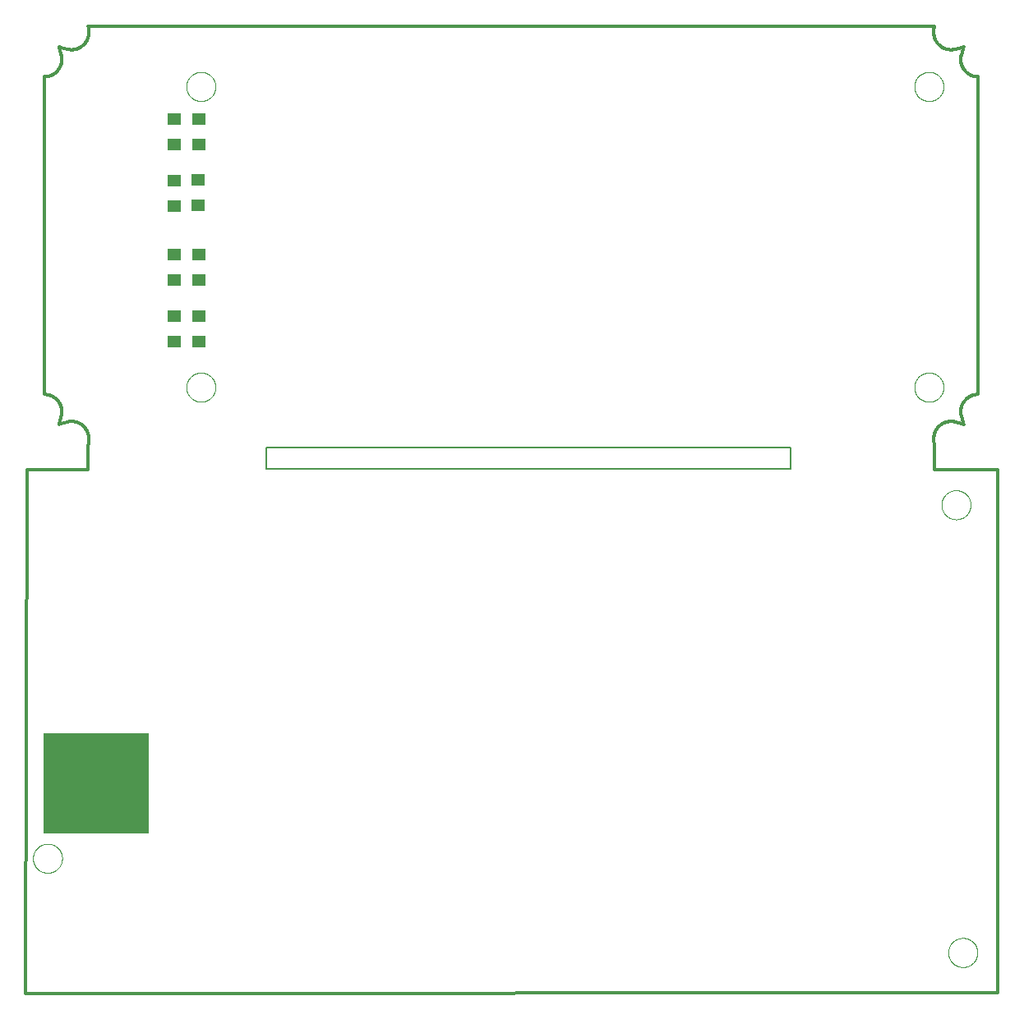
<source format=gbp>
G75*
%MOIN*%
%OFA0B0*%
%FSLAX25Y25*%
%IPPOS*%
%LPD*%
%AMOC8*
5,1,8,0,0,1.08239X$1,22.5*
%
%ADD10C,0.00591*%
%ADD11C,0.01181*%
%ADD12C,0.00600*%
%ADD13C,0.00000*%
%ADD14R,0.42520X0.40984*%
%ADD15R,0.05512X0.04724*%
D10*
X0017208Y0249100D02*
X0017383Y0249167D01*
X0017560Y0249231D01*
X0017738Y0249290D01*
X0017917Y0249344D01*
X0018097Y0249395D01*
X0020489Y0250035D02*
X0020655Y0250078D01*
X0020822Y0250116D01*
X0020989Y0250150D01*
X0021157Y0250180D01*
X0021326Y0250206D01*
X0021496Y0250228D01*
X0021666Y0250245D01*
X0021836Y0250259D01*
X0022007Y0250268D01*
X0022178Y0250274D01*
X0022349Y0250275D01*
X0022520Y0250272D01*
X0022690Y0250265D01*
X0022861Y0250253D01*
X0023031Y0250238D01*
X0023201Y0250218D01*
X0023370Y0250195D01*
X0023539Y0250167D01*
X0023707Y0250135D01*
X0023874Y0250099D01*
X0024040Y0250059D01*
X0024206Y0250015D01*
X0024370Y0249967D01*
X0024532Y0249915D01*
X0024694Y0249859D01*
X0024854Y0249799D01*
X0025013Y0249735D01*
X0025170Y0249667D01*
X0025325Y0249596D01*
X0025479Y0249521D01*
X0025630Y0249442D01*
X0025780Y0249360D01*
X0025928Y0249273D01*
X0026073Y0249184D01*
X0026216Y0249091D01*
X0026357Y0248994D01*
X0026496Y0248894D01*
X0026632Y0248790D01*
X0026766Y0248684D01*
X0026897Y0248574D01*
X0027025Y0248461D01*
X0027150Y0248345D01*
X0027273Y0248226D01*
X0027393Y0248103D01*
X0027509Y0247979D01*
X0027623Y0247851D01*
X0027733Y0247720D01*
X0027841Y0247587D01*
X0027945Y0247452D01*
X0028045Y0247313D01*
X0028143Y0247173D01*
X0028236Y0247030D01*
X0028327Y0246885D01*
X0028413Y0246737D01*
X0028497Y0246588D01*
X0028576Y0246437D01*
X0028652Y0246284D01*
X0028724Y0246129D01*
X0028792Y0245972D01*
X0028857Y0245813D01*
X0028917Y0245654D01*
X0028974Y0245492D01*
X0029027Y0245330D01*
X0029076Y0245166D01*
X0029120Y0245001D01*
X0029161Y0244835D01*
X0029198Y0244668D01*
X0029230Y0244500D01*
X0029259Y0244332D01*
X0029283Y0244162D01*
X0029304Y0243993D01*
X0029320Y0243822D01*
X0029332Y0243652D01*
X0029340Y0243481D01*
X0029344Y0243310D01*
X0029343Y0243139D01*
X0029344Y0243310D01*
X0029340Y0243481D01*
X0029332Y0243652D01*
X0029320Y0243822D01*
X0029304Y0243993D01*
X0029283Y0244162D01*
X0029259Y0244332D01*
X0029230Y0244500D01*
X0029198Y0244668D01*
X0029161Y0244835D01*
X0029120Y0245001D01*
X0029076Y0245166D01*
X0029027Y0245330D01*
X0028974Y0245492D01*
X0028917Y0245654D01*
X0028857Y0245813D01*
X0028792Y0245972D01*
X0028724Y0246129D01*
X0028652Y0246284D01*
X0028576Y0246437D01*
X0028497Y0246588D01*
X0028413Y0246737D01*
X0028327Y0246885D01*
X0028236Y0247030D01*
X0028143Y0247173D01*
X0028045Y0247313D01*
X0027945Y0247452D01*
X0027841Y0247587D01*
X0027733Y0247720D01*
X0027623Y0247851D01*
X0027509Y0247979D01*
X0027393Y0248103D01*
X0027273Y0248226D01*
X0027150Y0248345D01*
X0027025Y0248461D01*
X0026897Y0248574D01*
X0026766Y0248684D01*
X0026632Y0248790D01*
X0026496Y0248894D01*
X0026357Y0248994D01*
X0026216Y0249091D01*
X0026073Y0249184D01*
X0025928Y0249273D01*
X0025780Y0249360D01*
X0025630Y0249442D01*
X0025479Y0249521D01*
X0025325Y0249596D01*
X0025170Y0249667D01*
X0025013Y0249735D01*
X0024854Y0249799D01*
X0024694Y0249859D01*
X0024532Y0249915D01*
X0024370Y0249967D01*
X0024206Y0250015D01*
X0024040Y0250059D01*
X0023874Y0250099D01*
X0023707Y0250135D01*
X0023539Y0250167D01*
X0023370Y0250195D01*
X0023201Y0250218D01*
X0023031Y0250238D01*
X0022861Y0250253D01*
X0022690Y0250265D01*
X0022520Y0250272D01*
X0022349Y0250275D01*
X0022178Y0250274D01*
X0022007Y0250268D01*
X0021836Y0250259D01*
X0021666Y0250245D01*
X0021496Y0250228D01*
X0021326Y0250206D01*
X0021157Y0250180D01*
X0020989Y0250150D01*
X0020822Y0250116D01*
X0020655Y0250078D01*
X0020489Y0250035D01*
X0020655Y0250078D01*
X0020822Y0250116D01*
X0020989Y0250150D01*
X0021157Y0250180D01*
X0021326Y0250206D01*
X0021496Y0250228D01*
X0021666Y0250245D01*
X0021836Y0250259D01*
X0022007Y0250268D01*
X0022178Y0250274D01*
X0022349Y0250275D01*
X0022520Y0250272D01*
X0022690Y0250265D01*
X0022861Y0250253D01*
X0023031Y0250238D01*
X0023201Y0250218D01*
X0023370Y0250195D01*
X0023539Y0250167D01*
X0023707Y0250135D01*
X0023874Y0250099D01*
X0024040Y0250059D01*
X0024206Y0250015D01*
X0024370Y0249967D01*
X0024532Y0249915D01*
X0024694Y0249859D01*
X0024854Y0249799D01*
X0025013Y0249735D01*
X0025170Y0249667D01*
X0025325Y0249596D01*
X0025479Y0249521D01*
X0025630Y0249442D01*
X0025780Y0249360D01*
X0025928Y0249273D01*
X0026073Y0249184D01*
X0026216Y0249091D01*
X0026357Y0248994D01*
X0026496Y0248894D01*
X0026632Y0248790D01*
X0026766Y0248684D01*
X0026897Y0248574D01*
X0027025Y0248461D01*
X0027150Y0248345D01*
X0027273Y0248226D01*
X0027393Y0248103D01*
X0027509Y0247979D01*
X0027623Y0247851D01*
X0027733Y0247720D01*
X0027841Y0247587D01*
X0027945Y0247452D01*
X0028045Y0247313D01*
X0028143Y0247173D01*
X0028236Y0247030D01*
X0028327Y0246885D01*
X0028413Y0246737D01*
X0028497Y0246588D01*
X0028576Y0246437D01*
X0028652Y0246284D01*
X0028724Y0246129D01*
X0028792Y0245972D01*
X0028857Y0245813D01*
X0028917Y0245654D01*
X0028974Y0245492D01*
X0029027Y0245330D01*
X0029076Y0245166D01*
X0029120Y0245001D01*
X0029161Y0244835D01*
X0029198Y0244668D01*
X0029230Y0244500D01*
X0029259Y0244332D01*
X0029283Y0244162D01*
X0029304Y0243993D01*
X0029320Y0243822D01*
X0029332Y0243652D01*
X0029340Y0243481D01*
X0029344Y0243310D01*
X0029343Y0243139D01*
X0018097Y0249395D02*
X0017917Y0249344D01*
X0017738Y0249290D01*
X0017560Y0249231D01*
X0017383Y0249167D01*
X0017208Y0249100D01*
X0018144Y0252380D02*
X0018187Y0252546D01*
X0018225Y0252713D01*
X0018259Y0252880D01*
X0018289Y0253048D01*
X0018315Y0253217D01*
X0018337Y0253387D01*
X0018354Y0253557D01*
X0018368Y0253727D01*
X0018377Y0253898D01*
X0018383Y0254069D01*
X0018384Y0254240D01*
X0018381Y0254411D01*
X0018374Y0254581D01*
X0018362Y0254752D01*
X0018347Y0254922D01*
X0018327Y0255092D01*
X0018304Y0255261D01*
X0018276Y0255430D01*
X0018244Y0255598D01*
X0018208Y0255765D01*
X0018168Y0255931D01*
X0018124Y0256097D01*
X0018076Y0256261D01*
X0018024Y0256423D01*
X0017968Y0256585D01*
X0017908Y0256745D01*
X0017844Y0256904D01*
X0017776Y0257061D01*
X0017705Y0257216D01*
X0017630Y0257370D01*
X0017551Y0257521D01*
X0017469Y0257671D01*
X0017382Y0257819D01*
X0017293Y0257964D01*
X0017200Y0258107D01*
X0017103Y0258248D01*
X0017003Y0258387D01*
X0016899Y0258523D01*
X0016793Y0258657D01*
X0016683Y0258788D01*
X0016570Y0258916D01*
X0016454Y0259041D01*
X0016335Y0259164D01*
X0016212Y0259284D01*
X0016088Y0259400D01*
X0015960Y0259514D01*
X0015829Y0259624D01*
X0015696Y0259732D01*
X0015561Y0259836D01*
X0015422Y0259936D01*
X0015282Y0260034D01*
X0015139Y0260127D01*
X0014994Y0260218D01*
X0014846Y0260304D01*
X0014697Y0260388D01*
X0014546Y0260467D01*
X0014393Y0260543D01*
X0014238Y0260615D01*
X0014081Y0260683D01*
X0013922Y0260748D01*
X0013763Y0260808D01*
X0013601Y0260865D01*
X0013439Y0260918D01*
X0013275Y0260967D01*
X0013110Y0261011D01*
X0012944Y0261052D01*
X0012777Y0261089D01*
X0012609Y0261121D01*
X0012441Y0261150D01*
X0012271Y0261174D01*
X0012102Y0261195D01*
X0011931Y0261211D01*
X0011761Y0261223D01*
X0011590Y0261231D01*
X0011419Y0261235D01*
X0011248Y0261234D01*
X0011419Y0261235D01*
X0011590Y0261231D01*
X0011761Y0261223D01*
X0011931Y0261211D01*
X0012102Y0261195D01*
X0012271Y0261174D01*
X0012441Y0261150D01*
X0012609Y0261121D01*
X0012777Y0261089D01*
X0012944Y0261052D01*
X0013110Y0261011D01*
X0013275Y0260967D01*
X0013439Y0260918D01*
X0013601Y0260865D01*
X0013763Y0260808D01*
X0013922Y0260748D01*
X0014081Y0260683D01*
X0014238Y0260615D01*
X0014393Y0260543D01*
X0014546Y0260467D01*
X0014697Y0260388D01*
X0014846Y0260304D01*
X0014994Y0260218D01*
X0015139Y0260127D01*
X0015282Y0260034D01*
X0015422Y0259936D01*
X0015561Y0259836D01*
X0015696Y0259732D01*
X0015829Y0259624D01*
X0015960Y0259514D01*
X0016088Y0259400D01*
X0016212Y0259284D01*
X0016335Y0259164D01*
X0016454Y0259041D01*
X0016570Y0258916D01*
X0016683Y0258788D01*
X0016793Y0258657D01*
X0016899Y0258523D01*
X0017003Y0258387D01*
X0017103Y0258248D01*
X0017200Y0258107D01*
X0017293Y0257964D01*
X0017382Y0257819D01*
X0017469Y0257671D01*
X0017551Y0257521D01*
X0017630Y0257370D01*
X0017705Y0257216D01*
X0017776Y0257061D01*
X0017844Y0256904D01*
X0017908Y0256745D01*
X0017968Y0256585D01*
X0018024Y0256423D01*
X0018076Y0256261D01*
X0018124Y0256097D01*
X0018168Y0255931D01*
X0018208Y0255765D01*
X0018244Y0255598D01*
X0018276Y0255430D01*
X0018304Y0255261D01*
X0018327Y0255092D01*
X0018347Y0254922D01*
X0018362Y0254752D01*
X0018374Y0254581D01*
X0018381Y0254411D01*
X0018384Y0254240D01*
X0018383Y0254069D01*
X0018377Y0253898D01*
X0018368Y0253727D01*
X0018354Y0253557D01*
X0018337Y0253387D01*
X0018315Y0253217D01*
X0018289Y0253048D01*
X0018259Y0252880D01*
X0018225Y0252713D01*
X0018187Y0252546D01*
X0018144Y0252380D01*
X0018187Y0252546D01*
X0018225Y0252713D01*
X0018259Y0252880D01*
X0018289Y0253048D01*
X0018315Y0253217D01*
X0018337Y0253387D01*
X0018354Y0253557D01*
X0018368Y0253727D01*
X0018377Y0253898D01*
X0018383Y0254069D01*
X0018384Y0254240D01*
X0018381Y0254411D01*
X0018374Y0254581D01*
X0018362Y0254752D01*
X0018347Y0254922D01*
X0018327Y0255092D01*
X0018304Y0255261D01*
X0018276Y0255430D01*
X0018244Y0255598D01*
X0018208Y0255765D01*
X0018168Y0255931D01*
X0018124Y0256097D01*
X0018076Y0256261D01*
X0018024Y0256423D01*
X0017968Y0256585D01*
X0017908Y0256745D01*
X0017844Y0256904D01*
X0017776Y0257061D01*
X0017705Y0257216D01*
X0017630Y0257370D01*
X0017551Y0257521D01*
X0017469Y0257671D01*
X0017382Y0257819D01*
X0017293Y0257964D01*
X0017200Y0258107D01*
X0017103Y0258248D01*
X0017003Y0258387D01*
X0016899Y0258523D01*
X0016793Y0258657D01*
X0016683Y0258788D01*
X0016570Y0258916D01*
X0016454Y0259041D01*
X0016335Y0259164D01*
X0016212Y0259284D01*
X0016088Y0259400D01*
X0015960Y0259514D01*
X0015829Y0259624D01*
X0015696Y0259732D01*
X0015561Y0259836D01*
X0015422Y0259936D01*
X0015282Y0260034D01*
X0015139Y0260127D01*
X0014994Y0260218D01*
X0014846Y0260304D01*
X0014697Y0260388D01*
X0014546Y0260467D01*
X0014393Y0260543D01*
X0014238Y0260615D01*
X0014081Y0260683D01*
X0013922Y0260748D01*
X0013763Y0260808D01*
X0013601Y0260865D01*
X0013439Y0260918D01*
X0013275Y0260967D01*
X0013110Y0261011D01*
X0012944Y0261052D01*
X0012777Y0261089D01*
X0012609Y0261121D01*
X0012441Y0261150D01*
X0012271Y0261174D01*
X0012102Y0261195D01*
X0011931Y0261211D01*
X0011761Y0261223D01*
X0011590Y0261231D01*
X0011419Y0261235D01*
X0011248Y0261234D01*
X0017503Y0249989D02*
X0017452Y0249809D01*
X0017398Y0249629D01*
X0017339Y0249452D01*
X0017275Y0249275D01*
X0017208Y0249100D01*
X0017275Y0249275D01*
X0017339Y0249452D01*
X0017398Y0249629D01*
X0017452Y0249809D01*
X0017503Y0249989D01*
X0017452Y0249809D01*
X0017398Y0249629D01*
X0017339Y0249452D01*
X0017275Y0249275D01*
X0017208Y0249100D01*
X0017383Y0249167D01*
X0017560Y0249231D01*
X0017738Y0249290D01*
X0017917Y0249344D01*
X0018097Y0249395D01*
X0029342Y0243140D02*
X0029331Y0242716D01*
X0029310Y0242293D01*
X0029279Y0241871D01*
X0029237Y0241449D01*
X0029186Y0241028D01*
X0029125Y0240609D01*
X0029186Y0241028D01*
X0029237Y0241449D01*
X0029279Y0241871D01*
X0029310Y0242293D01*
X0029331Y0242716D01*
X0029342Y0243140D01*
X0029331Y0242716D01*
X0029310Y0242293D01*
X0029279Y0241871D01*
X0029237Y0241449D01*
X0029186Y0241028D01*
X0029125Y0240609D01*
X0011248Y0390192D02*
X0011419Y0390191D01*
X0011590Y0390195D01*
X0011761Y0390203D01*
X0011931Y0390215D01*
X0012102Y0390231D01*
X0012271Y0390252D01*
X0012441Y0390276D01*
X0012609Y0390305D01*
X0012777Y0390337D01*
X0012944Y0390374D01*
X0013110Y0390415D01*
X0013275Y0390459D01*
X0013439Y0390508D01*
X0013601Y0390561D01*
X0013763Y0390618D01*
X0013922Y0390678D01*
X0014081Y0390743D01*
X0014238Y0390811D01*
X0014393Y0390883D01*
X0014546Y0390959D01*
X0014697Y0391038D01*
X0014846Y0391122D01*
X0014994Y0391208D01*
X0015139Y0391299D01*
X0015282Y0391392D01*
X0015422Y0391490D01*
X0015561Y0391590D01*
X0015696Y0391694D01*
X0015829Y0391802D01*
X0015960Y0391912D01*
X0016088Y0392026D01*
X0016212Y0392142D01*
X0016335Y0392262D01*
X0016454Y0392385D01*
X0016570Y0392510D01*
X0016683Y0392638D01*
X0016793Y0392769D01*
X0016899Y0392903D01*
X0017003Y0393039D01*
X0017103Y0393178D01*
X0017200Y0393319D01*
X0017293Y0393462D01*
X0017382Y0393607D01*
X0017469Y0393755D01*
X0017551Y0393905D01*
X0017630Y0394056D01*
X0017705Y0394210D01*
X0017776Y0394365D01*
X0017844Y0394522D01*
X0017908Y0394681D01*
X0017968Y0394841D01*
X0018024Y0395003D01*
X0018076Y0395165D01*
X0018124Y0395329D01*
X0018168Y0395495D01*
X0018208Y0395661D01*
X0018244Y0395828D01*
X0018276Y0395996D01*
X0018304Y0396165D01*
X0018327Y0396334D01*
X0018347Y0396504D01*
X0018362Y0396674D01*
X0018374Y0396845D01*
X0018381Y0397015D01*
X0018384Y0397186D01*
X0018383Y0397357D01*
X0018377Y0397528D01*
X0018368Y0397699D01*
X0018354Y0397869D01*
X0018337Y0398039D01*
X0018315Y0398209D01*
X0018289Y0398378D01*
X0018259Y0398546D01*
X0018225Y0398713D01*
X0018187Y0398880D01*
X0018144Y0399046D01*
X0018187Y0398880D01*
X0018225Y0398713D01*
X0018259Y0398546D01*
X0018289Y0398378D01*
X0018315Y0398209D01*
X0018337Y0398039D01*
X0018354Y0397869D01*
X0018368Y0397699D01*
X0018377Y0397528D01*
X0018383Y0397357D01*
X0018384Y0397186D01*
X0018381Y0397015D01*
X0018374Y0396845D01*
X0018362Y0396674D01*
X0018347Y0396504D01*
X0018327Y0396334D01*
X0018304Y0396165D01*
X0018276Y0395996D01*
X0018244Y0395828D01*
X0018208Y0395661D01*
X0018168Y0395495D01*
X0018124Y0395329D01*
X0018076Y0395165D01*
X0018024Y0395003D01*
X0017968Y0394841D01*
X0017908Y0394681D01*
X0017844Y0394522D01*
X0017776Y0394365D01*
X0017705Y0394210D01*
X0017630Y0394056D01*
X0017551Y0393905D01*
X0017469Y0393755D01*
X0017382Y0393607D01*
X0017293Y0393462D01*
X0017200Y0393319D01*
X0017103Y0393178D01*
X0017003Y0393039D01*
X0016899Y0392903D01*
X0016793Y0392769D01*
X0016683Y0392638D01*
X0016570Y0392510D01*
X0016454Y0392385D01*
X0016335Y0392262D01*
X0016212Y0392142D01*
X0016088Y0392026D01*
X0015960Y0391912D01*
X0015829Y0391802D01*
X0015696Y0391694D01*
X0015561Y0391590D01*
X0015422Y0391490D01*
X0015282Y0391392D01*
X0015139Y0391299D01*
X0014994Y0391208D01*
X0014846Y0391122D01*
X0014697Y0391038D01*
X0014546Y0390959D01*
X0014393Y0390883D01*
X0014238Y0390811D01*
X0014081Y0390743D01*
X0013922Y0390678D01*
X0013763Y0390618D01*
X0013601Y0390561D01*
X0013439Y0390508D01*
X0013275Y0390459D01*
X0013110Y0390415D01*
X0012944Y0390374D01*
X0012777Y0390337D01*
X0012609Y0390305D01*
X0012441Y0390276D01*
X0012271Y0390252D01*
X0012102Y0390231D01*
X0011931Y0390215D01*
X0011761Y0390203D01*
X0011590Y0390195D01*
X0011419Y0390191D01*
X0011248Y0390192D01*
X0011419Y0390191D01*
X0011590Y0390195D01*
X0011761Y0390203D01*
X0011931Y0390215D01*
X0012102Y0390231D01*
X0012271Y0390252D01*
X0012441Y0390276D01*
X0012609Y0390305D01*
X0012777Y0390337D01*
X0012944Y0390374D01*
X0013110Y0390415D01*
X0013275Y0390459D01*
X0013439Y0390508D01*
X0013601Y0390561D01*
X0013763Y0390618D01*
X0013922Y0390678D01*
X0014081Y0390743D01*
X0014238Y0390811D01*
X0014393Y0390883D01*
X0014546Y0390959D01*
X0014697Y0391038D01*
X0014846Y0391122D01*
X0014994Y0391208D01*
X0015139Y0391299D01*
X0015282Y0391392D01*
X0015422Y0391490D01*
X0015561Y0391590D01*
X0015696Y0391694D01*
X0015829Y0391802D01*
X0015960Y0391912D01*
X0016088Y0392026D01*
X0016212Y0392142D01*
X0016335Y0392262D01*
X0016454Y0392385D01*
X0016570Y0392510D01*
X0016683Y0392638D01*
X0016793Y0392769D01*
X0016899Y0392903D01*
X0017003Y0393039D01*
X0017103Y0393178D01*
X0017200Y0393319D01*
X0017293Y0393462D01*
X0017382Y0393607D01*
X0017469Y0393755D01*
X0017551Y0393905D01*
X0017630Y0394056D01*
X0017705Y0394210D01*
X0017776Y0394365D01*
X0017844Y0394522D01*
X0017908Y0394681D01*
X0017968Y0394841D01*
X0018024Y0395003D01*
X0018076Y0395165D01*
X0018124Y0395329D01*
X0018168Y0395495D01*
X0018208Y0395661D01*
X0018244Y0395828D01*
X0018276Y0395996D01*
X0018304Y0396165D01*
X0018327Y0396334D01*
X0018347Y0396504D01*
X0018362Y0396674D01*
X0018374Y0396845D01*
X0018381Y0397015D01*
X0018384Y0397186D01*
X0018383Y0397357D01*
X0018377Y0397528D01*
X0018368Y0397699D01*
X0018354Y0397869D01*
X0018337Y0398039D01*
X0018315Y0398209D01*
X0018289Y0398378D01*
X0018259Y0398546D01*
X0018225Y0398713D01*
X0018187Y0398880D01*
X0018144Y0399046D01*
X0017503Y0401437D02*
X0017452Y0401617D01*
X0017398Y0401797D01*
X0017339Y0401974D01*
X0017275Y0402151D01*
X0017208Y0402326D01*
X0020489Y0401390D02*
X0020655Y0401347D01*
X0020822Y0401309D01*
X0020989Y0401275D01*
X0021157Y0401245D01*
X0021326Y0401219D01*
X0021496Y0401197D01*
X0021666Y0401180D01*
X0021836Y0401166D01*
X0022007Y0401157D01*
X0022178Y0401151D01*
X0022349Y0401150D01*
X0022520Y0401153D01*
X0022690Y0401160D01*
X0022861Y0401172D01*
X0023031Y0401187D01*
X0023201Y0401207D01*
X0023370Y0401230D01*
X0023539Y0401258D01*
X0023707Y0401290D01*
X0023874Y0401326D01*
X0024040Y0401366D01*
X0024206Y0401410D01*
X0024370Y0401458D01*
X0024532Y0401510D01*
X0024694Y0401566D01*
X0024854Y0401626D01*
X0025013Y0401690D01*
X0025170Y0401758D01*
X0025325Y0401829D01*
X0025479Y0401904D01*
X0025630Y0401983D01*
X0025780Y0402065D01*
X0025928Y0402152D01*
X0026073Y0402241D01*
X0026216Y0402334D01*
X0026357Y0402431D01*
X0026496Y0402531D01*
X0026632Y0402635D01*
X0026766Y0402741D01*
X0026897Y0402851D01*
X0027025Y0402964D01*
X0027150Y0403080D01*
X0027273Y0403199D01*
X0027393Y0403322D01*
X0027509Y0403446D01*
X0027623Y0403574D01*
X0027733Y0403705D01*
X0027841Y0403838D01*
X0027945Y0403974D01*
X0028045Y0404112D01*
X0028143Y0404252D01*
X0028236Y0404395D01*
X0028327Y0404540D01*
X0028413Y0404688D01*
X0028497Y0404837D01*
X0028576Y0404988D01*
X0028652Y0405141D01*
X0028724Y0405296D01*
X0028792Y0405453D01*
X0028857Y0405612D01*
X0028917Y0405771D01*
X0028974Y0405933D01*
X0029027Y0406095D01*
X0029076Y0406259D01*
X0029120Y0406424D01*
X0029161Y0406590D01*
X0029198Y0406757D01*
X0029230Y0406925D01*
X0029259Y0407093D01*
X0029283Y0407263D01*
X0029304Y0407432D01*
X0029320Y0407603D01*
X0029332Y0407773D01*
X0029340Y0407944D01*
X0029344Y0408115D01*
X0029343Y0408286D01*
X0029344Y0408115D01*
X0029340Y0407944D01*
X0029332Y0407773D01*
X0029320Y0407603D01*
X0029304Y0407432D01*
X0029283Y0407263D01*
X0029259Y0407093D01*
X0029230Y0406925D01*
X0029198Y0406757D01*
X0029161Y0406590D01*
X0029120Y0406424D01*
X0029076Y0406259D01*
X0029027Y0406095D01*
X0028974Y0405933D01*
X0028917Y0405771D01*
X0028857Y0405612D01*
X0028792Y0405453D01*
X0028724Y0405296D01*
X0028652Y0405141D01*
X0028576Y0404988D01*
X0028497Y0404837D01*
X0028413Y0404688D01*
X0028327Y0404540D01*
X0028236Y0404395D01*
X0028143Y0404252D01*
X0028045Y0404112D01*
X0027945Y0403974D01*
X0027841Y0403838D01*
X0027733Y0403705D01*
X0027623Y0403574D01*
X0027509Y0403446D01*
X0027393Y0403322D01*
X0027273Y0403199D01*
X0027150Y0403080D01*
X0027025Y0402964D01*
X0026897Y0402851D01*
X0026766Y0402741D01*
X0026632Y0402635D01*
X0026496Y0402531D01*
X0026357Y0402431D01*
X0026216Y0402334D01*
X0026073Y0402241D01*
X0025928Y0402152D01*
X0025780Y0402065D01*
X0025630Y0401983D01*
X0025479Y0401904D01*
X0025325Y0401829D01*
X0025170Y0401758D01*
X0025013Y0401690D01*
X0024854Y0401626D01*
X0024694Y0401566D01*
X0024532Y0401510D01*
X0024370Y0401458D01*
X0024206Y0401410D01*
X0024040Y0401366D01*
X0023874Y0401326D01*
X0023707Y0401290D01*
X0023539Y0401258D01*
X0023370Y0401230D01*
X0023201Y0401207D01*
X0023031Y0401187D01*
X0022861Y0401172D01*
X0022690Y0401160D01*
X0022520Y0401153D01*
X0022349Y0401150D01*
X0022178Y0401151D01*
X0022007Y0401157D01*
X0021836Y0401166D01*
X0021666Y0401180D01*
X0021496Y0401197D01*
X0021326Y0401219D01*
X0021157Y0401245D01*
X0020989Y0401275D01*
X0020822Y0401309D01*
X0020655Y0401347D01*
X0020489Y0401390D01*
X0020655Y0401347D01*
X0020822Y0401309D01*
X0020989Y0401275D01*
X0021157Y0401245D01*
X0021326Y0401219D01*
X0021496Y0401197D01*
X0021666Y0401180D01*
X0021836Y0401166D01*
X0022007Y0401157D01*
X0022178Y0401151D01*
X0022349Y0401150D01*
X0022520Y0401153D01*
X0022690Y0401160D01*
X0022861Y0401172D01*
X0023031Y0401187D01*
X0023201Y0401207D01*
X0023370Y0401230D01*
X0023539Y0401258D01*
X0023707Y0401290D01*
X0023874Y0401326D01*
X0024040Y0401366D01*
X0024206Y0401410D01*
X0024370Y0401458D01*
X0024532Y0401510D01*
X0024694Y0401566D01*
X0024854Y0401626D01*
X0025013Y0401690D01*
X0025170Y0401758D01*
X0025325Y0401829D01*
X0025479Y0401904D01*
X0025630Y0401983D01*
X0025780Y0402065D01*
X0025928Y0402152D01*
X0026073Y0402241D01*
X0026216Y0402334D01*
X0026357Y0402431D01*
X0026496Y0402531D01*
X0026632Y0402635D01*
X0026766Y0402741D01*
X0026897Y0402851D01*
X0027025Y0402964D01*
X0027150Y0403080D01*
X0027273Y0403199D01*
X0027393Y0403322D01*
X0027509Y0403446D01*
X0027623Y0403574D01*
X0027733Y0403705D01*
X0027841Y0403838D01*
X0027945Y0403974D01*
X0028045Y0404112D01*
X0028143Y0404252D01*
X0028236Y0404395D01*
X0028327Y0404540D01*
X0028413Y0404688D01*
X0028497Y0404837D01*
X0028576Y0404988D01*
X0028652Y0405141D01*
X0028724Y0405296D01*
X0028792Y0405453D01*
X0028857Y0405612D01*
X0028917Y0405771D01*
X0028974Y0405933D01*
X0029027Y0406095D01*
X0029076Y0406259D01*
X0029120Y0406424D01*
X0029161Y0406590D01*
X0029198Y0406757D01*
X0029230Y0406925D01*
X0029259Y0407093D01*
X0029283Y0407263D01*
X0029304Y0407432D01*
X0029320Y0407603D01*
X0029332Y0407773D01*
X0029340Y0407944D01*
X0029344Y0408115D01*
X0029343Y0408286D01*
X0018097Y0402031D02*
X0017917Y0402082D01*
X0017738Y0402136D01*
X0017560Y0402195D01*
X0017383Y0402259D01*
X0017208Y0402326D01*
X0017383Y0402259D01*
X0017560Y0402195D01*
X0017738Y0402136D01*
X0017917Y0402082D01*
X0018097Y0402031D01*
X0017917Y0402082D01*
X0017738Y0402136D01*
X0017560Y0402195D01*
X0017383Y0402259D01*
X0017208Y0402326D01*
X0017275Y0402151D01*
X0017339Y0401974D01*
X0017398Y0401797D01*
X0017452Y0401617D01*
X0017503Y0401437D01*
X0017452Y0401617D01*
X0017398Y0401797D01*
X0017339Y0401974D01*
X0017275Y0402151D01*
X0017208Y0402326D01*
X0029342Y0408286D02*
X0029331Y0408710D01*
X0029310Y0409133D01*
X0029279Y0409555D01*
X0029237Y0409977D01*
X0029186Y0410398D01*
X0029125Y0410817D01*
X0029186Y0410398D01*
X0029237Y0409977D01*
X0029279Y0409555D01*
X0029310Y0409133D01*
X0029331Y0408710D01*
X0029342Y0408286D01*
X0029331Y0408710D01*
X0029310Y0409133D01*
X0029279Y0409555D01*
X0029237Y0409977D01*
X0029186Y0410398D01*
X0029125Y0410817D01*
X0372043Y0408286D02*
X0372042Y0408115D01*
X0372046Y0407944D01*
X0372054Y0407773D01*
X0372066Y0407603D01*
X0372082Y0407432D01*
X0372103Y0407263D01*
X0372127Y0407093D01*
X0372156Y0406925D01*
X0372188Y0406757D01*
X0372225Y0406590D01*
X0372266Y0406424D01*
X0372310Y0406259D01*
X0372359Y0406095D01*
X0372412Y0405933D01*
X0372469Y0405771D01*
X0372529Y0405612D01*
X0372594Y0405453D01*
X0372662Y0405296D01*
X0372734Y0405141D01*
X0372810Y0404988D01*
X0372889Y0404837D01*
X0372973Y0404688D01*
X0373059Y0404540D01*
X0373150Y0404395D01*
X0373243Y0404252D01*
X0373341Y0404112D01*
X0373441Y0403974D01*
X0373545Y0403838D01*
X0373653Y0403705D01*
X0373763Y0403574D01*
X0373877Y0403446D01*
X0373993Y0403322D01*
X0374113Y0403199D01*
X0374236Y0403080D01*
X0374361Y0402964D01*
X0374489Y0402851D01*
X0374620Y0402741D01*
X0374754Y0402635D01*
X0374890Y0402531D01*
X0375029Y0402431D01*
X0375170Y0402334D01*
X0375313Y0402241D01*
X0375458Y0402152D01*
X0375606Y0402065D01*
X0375756Y0401983D01*
X0375907Y0401904D01*
X0376061Y0401829D01*
X0376216Y0401758D01*
X0376373Y0401690D01*
X0376532Y0401626D01*
X0376692Y0401566D01*
X0376854Y0401510D01*
X0377016Y0401458D01*
X0377180Y0401410D01*
X0377346Y0401366D01*
X0377512Y0401326D01*
X0377679Y0401290D01*
X0377847Y0401258D01*
X0378016Y0401230D01*
X0378185Y0401207D01*
X0378355Y0401187D01*
X0378525Y0401172D01*
X0378696Y0401160D01*
X0378866Y0401153D01*
X0379037Y0401150D01*
X0379208Y0401151D01*
X0379379Y0401157D01*
X0379550Y0401166D01*
X0379720Y0401180D01*
X0379890Y0401197D01*
X0380060Y0401219D01*
X0380229Y0401245D01*
X0380397Y0401275D01*
X0380564Y0401309D01*
X0380731Y0401347D01*
X0380897Y0401390D01*
X0380731Y0401347D01*
X0380564Y0401309D01*
X0380397Y0401275D01*
X0380229Y0401245D01*
X0380060Y0401219D01*
X0379890Y0401197D01*
X0379720Y0401180D01*
X0379550Y0401166D01*
X0379379Y0401157D01*
X0379208Y0401151D01*
X0379037Y0401150D01*
X0378866Y0401153D01*
X0378696Y0401160D01*
X0378525Y0401172D01*
X0378355Y0401187D01*
X0378185Y0401207D01*
X0378016Y0401230D01*
X0377847Y0401258D01*
X0377679Y0401290D01*
X0377512Y0401326D01*
X0377346Y0401366D01*
X0377180Y0401410D01*
X0377016Y0401458D01*
X0376854Y0401510D01*
X0376692Y0401566D01*
X0376532Y0401626D01*
X0376373Y0401690D01*
X0376216Y0401758D01*
X0376061Y0401829D01*
X0375907Y0401904D01*
X0375756Y0401983D01*
X0375606Y0402065D01*
X0375458Y0402152D01*
X0375313Y0402241D01*
X0375170Y0402334D01*
X0375029Y0402431D01*
X0374890Y0402531D01*
X0374754Y0402635D01*
X0374620Y0402741D01*
X0374489Y0402851D01*
X0374361Y0402964D01*
X0374236Y0403080D01*
X0374113Y0403199D01*
X0373993Y0403322D01*
X0373877Y0403446D01*
X0373763Y0403574D01*
X0373653Y0403705D01*
X0373545Y0403838D01*
X0373441Y0403974D01*
X0373341Y0404112D01*
X0373243Y0404252D01*
X0373150Y0404395D01*
X0373059Y0404540D01*
X0372973Y0404688D01*
X0372889Y0404837D01*
X0372810Y0404988D01*
X0372734Y0405141D01*
X0372662Y0405296D01*
X0372594Y0405453D01*
X0372529Y0405612D01*
X0372469Y0405771D01*
X0372412Y0405933D01*
X0372359Y0406095D01*
X0372310Y0406259D01*
X0372266Y0406424D01*
X0372225Y0406590D01*
X0372188Y0406757D01*
X0372156Y0406925D01*
X0372127Y0407093D01*
X0372103Y0407263D01*
X0372082Y0407432D01*
X0372066Y0407603D01*
X0372054Y0407773D01*
X0372046Y0407944D01*
X0372042Y0408115D01*
X0372043Y0408286D01*
X0372042Y0408115D01*
X0372046Y0407944D01*
X0372054Y0407773D01*
X0372066Y0407603D01*
X0372082Y0407432D01*
X0372103Y0407263D01*
X0372127Y0407093D01*
X0372156Y0406925D01*
X0372188Y0406757D01*
X0372225Y0406590D01*
X0372266Y0406424D01*
X0372310Y0406259D01*
X0372359Y0406095D01*
X0372412Y0405933D01*
X0372469Y0405771D01*
X0372529Y0405612D01*
X0372594Y0405453D01*
X0372662Y0405296D01*
X0372734Y0405141D01*
X0372810Y0404988D01*
X0372889Y0404837D01*
X0372973Y0404688D01*
X0373059Y0404540D01*
X0373150Y0404395D01*
X0373243Y0404252D01*
X0373341Y0404112D01*
X0373441Y0403974D01*
X0373545Y0403838D01*
X0373653Y0403705D01*
X0373763Y0403574D01*
X0373877Y0403446D01*
X0373993Y0403322D01*
X0374113Y0403199D01*
X0374236Y0403080D01*
X0374361Y0402964D01*
X0374489Y0402851D01*
X0374620Y0402741D01*
X0374754Y0402635D01*
X0374890Y0402531D01*
X0375029Y0402431D01*
X0375170Y0402334D01*
X0375313Y0402241D01*
X0375458Y0402152D01*
X0375606Y0402065D01*
X0375756Y0401983D01*
X0375907Y0401904D01*
X0376061Y0401829D01*
X0376216Y0401758D01*
X0376373Y0401690D01*
X0376532Y0401626D01*
X0376692Y0401566D01*
X0376854Y0401510D01*
X0377016Y0401458D01*
X0377180Y0401410D01*
X0377346Y0401366D01*
X0377512Y0401326D01*
X0377679Y0401290D01*
X0377847Y0401258D01*
X0378016Y0401230D01*
X0378185Y0401207D01*
X0378355Y0401187D01*
X0378525Y0401172D01*
X0378696Y0401160D01*
X0378866Y0401153D01*
X0379037Y0401150D01*
X0379208Y0401151D01*
X0379379Y0401157D01*
X0379550Y0401166D01*
X0379720Y0401180D01*
X0379890Y0401197D01*
X0380060Y0401219D01*
X0380229Y0401245D01*
X0380397Y0401275D01*
X0380564Y0401309D01*
X0380731Y0401347D01*
X0380897Y0401390D01*
X0383289Y0402031D02*
X0383469Y0402082D01*
X0383648Y0402136D01*
X0383826Y0402195D01*
X0384003Y0402259D01*
X0384178Y0402326D01*
X0383242Y0399046D02*
X0383199Y0398880D01*
X0383161Y0398713D01*
X0383127Y0398546D01*
X0383097Y0398378D01*
X0383071Y0398209D01*
X0383049Y0398039D01*
X0383032Y0397869D01*
X0383018Y0397699D01*
X0383009Y0397528D01*
X0383003Y0397357D01*
X0383002Y0397186D01*
X0383005Y0397015D01*
X0383012Y0396845D01*
X0383024Y0396674D01*
X0383039Y0396504D01*
X0383059Y0396334D01*
X0383082Y0396165D01*
X0383110Y0395996D01*
X0383142Y0395828D01*
X0383178Y0395661D01*
X0383218Y0395495D01*
X0383262Y0395329D01*
X0383310Y0395165D01*
X0383362Y0395003D01*
X0383418Y0394841D01*
X0383478Y0394681D01*
X0383542Y0394522D01*
X0383610Y0394365D01*
X0383681Y0394210D01*
X0383756Y0394056D01*
X0383835Y0393905D01*
X0383917Y0393755D01*
X0384004Y0393607D01*
X0384093Y0393462D01*
X0384186Y0393319D01*
X0384283Y0393178D01*
X0384383Y0393039D01*
X0384487Y0392903D01*
X0384593Y0392769D01*
X0384703Y0392638D01*
X0384816Y0392510D01*
X0384932Y0392385D01*
X0385051Y0392262D01*
X0385174Y0392142D01*
X0385298Y0392026D01*
X0385426Y0391912D01*
X0385557Y0391802D01*
X0385690Y0391694D01*
X0385825Y0391590D01*
X0385964Y0391490D01*
X0386104Y0391392D01*
X0386247Y0391299D01*
X0386392Y0391208D01*
X0386540Y0391122D01*
X0386689Y0391038D01*
X0386840Y0390959D01*
X0386993Y0390883D01*
X0387148Y0390811D01*
X0387305Y0390743D01*
X0387464Y0390678D01*
X0387623Y0390618D01*
X0387785Y0390561D01*
X0387947Y0390508D01*
X0388111Y0390459D01*
X0388276Y0390415D01*
X0388442Y0390374D01*
X0388609Y0390337D01*
X0388777Y0390305D01*
X0388945Y0390276D01*
X0389115Y0390252D01*
X0389284Y0390231D01*
X0389455Y0390215D01*
X0389625Y0390203D01*
X0389796Y0390195D01*
X0389967Y0390191D01*
X0390138Y0390192D01*
X0389967Y0390191D01*
X0389796Y0390195D01*
X0389625Y0390203D01*
X0389455Y0390215D01*
X0389284Y0390231D01*
X0389115Y0390252D01*
X0388945Y0390276D01*
X0388777Y0390305D01*
X0388609Y0390337D01*
X0388442Y0390374D01*
X0388276Y0390415D01*
X0388111Y0390459D01*
X0387947Y0390508D01*
X0387785Y0390561D01*
X0387623Y0390618D01*
X0387464Y0390678D01*
X0387305Y0390743D01*
X0387148Y0390811D01*
X0386993Y0390883D01*
X0386840Y0390959D01*
X0386689Y0391038D01*
X0386540Y0391122D01*
X0386392Y0391208D01*
X0386247Y0391299D01*
X0386104Y0391392D01*
X0385964Y0391490D01*
X0385825Y0391590D01*
X0385690Y0391694D01*
X0385557Y0391802D01*
X0385426Y0391912D01*
X0385298Y0392026D01*
X0385174Y0392142D01*
X0385051Y0392262D01*
X0384932Y0392385D01*
X0384816Y0392510D01*
X0384703Y0392638D01*
X0384593Y0392769D01*
X0384487Y0392903D01*
X0384383Y0393039D01*
X0384283Y0393178D01*
X0384186Y0393319D01*
X0384093Y0393462D01*
X0384004Y0393607D01*
X0383917Y0393755D01*
X0383835Y0393905D01*
X0383756Y0394056D01*
X0383681Y0394210D01*
X0383610Y0394365D01*
X0383542Y0394522D01*
X0383478Y0394681D01*
X0383418Y0394841D01*
X0383362Y0395003D01*
X0383310Y0395165D01*
X0383262Y0395329D01*
X0383218Y0395495D01*
X0383178Y0395661D01*
X0383142Y0395828D01*
X0383110Y0395996D01*
X0383082Y0396165D01*
X0383059Y0396334D01*
X0383039Y0396504D01*
X0383024Y0396674D01*
X0383012Y0396845D01*
X0383005Y0397015D01*
X0383002Y0397186D01*
X0383003Y0397357D01*
X0383009Y0397528D01*
X0383018Y0397699D01*
X0383032Y0397869D01*
X0383049Y0398039D01*
X0383071Y0398209D01*
X0383097Y0398378D01*
X0383127Y0398546D01*
X0383161Y0398713D01*
X0383199Y0398880D01*
X0383242Y0399046D01*
X0383199Y0398880D01*
X0383161Y0398713D01*
X0383127Y0398546D01*
X0383097Y0398378D01*
X0383071Y0398209D01*
X0383049Y0398039D01*
X0383032Y0397869D01*
X0383018Y0397699D01*
X0383009Y0397528D01*
X0383003Y0397357D01*
X0383002Y0397186D01*
X0383005Y0397015D01*
X0383012Y0396845D01*
X0383024Y0396674D01*
X0383039Y0396504D01*
X0383059Y0396334D01*
X0383082Y0396165D01*
X0383110Y0395996D01*
X0383142Y0395828D01*
X0383178Y0395661D01*
X0383218Y0395495D01*
X0383262Y0395329D01*
X0383310Y0395165D01*
X0383362Y0395003D01*
X0383418Y0394841D01*
X0383478Y0394681D01*
X0383542Y0394522D01*
X0383610Y0394365D01*
X0383681Y0394210D01*
X0383756Y0394056D01*
X0383835Y0393905D01*
X0383917Y0393755D01*
X0384004Y0393607D01*
X0384093Y0393462D01*
X0384186Y0393319D01*
X0384283Y0393178D01*
X0384383Y0393039D01*
X0384487Y0392903D01*
X0384593Y0392769D01*
X0384703Y0392638D01*
X0384816Y0392510D01*
X0384932Y0392385D01*
X0385051Y0392262D01*
X0385174Y0392142D01*
X0385298Y0392026D01*
X0385426Y0391912D01*
X0385557Y0391802D01*
X0385690Y0391694D01*
X0385825Y0391590D01*
X0385964Y0391490D01*
X0386104Y0391392D01*
X0386247Y0391299D01*
X0386392Y0391208D01*
X0386540Y0391122D01*
X0386689Y0391038D01*
X0386840Y0390959D01*
X0386993Y0390883D01*
X0387148Y0390811D01*
X0387305Y0390743D01*
X0387464Y0390678D01*
X0387623Y0390618D01*
X0387785Y0390561D01*
X0387947Y0390508D01*
X0388111Y0390459D01*
X0388276Y0390415D01*
X0388442Y0390374D01*
X0388609Y0390337D01*
X0388777Y0390305D01*
X0388945Y0390276D01*
X0389115Y0390252D01*
X0389284Y0390231D01*
X0389455Y0390215D01*
X0389625Y0390203D01*
X0389796Y0390195D01*
X0389967Y0390191D01*
X0390138Y0390192D01*
X0383883Y0401437D02*
X0383934Y0401617D01*
X0383988Y0401796D01*
X0384047Y0401974D01*
X0384110Y0402151D01*
X0384178Y0402325D01*
X0384110Y0402151D01*
X0384047Y0401974D01*
X0383988Y0401796D01*
X0383934Y0401617D01*
X0383883Y0401437D01*
X0383934Y0401617D01*
X0383988Y0401796D01*
X0384047Y0401974D01*
X0384110Y0402151D01*
X0384178Y0402325D01*
X0384178Y0402326D02*
X0384003Y0402259D01*
X0383826Y0402195D01*
X0383648Y0402136D01*
X0383469Y0402082D01*
X0383289Y0402031D01*
X0383469Y0402082D01*
X0383648Y0402136D01*
X0383826Y0402195D01*
X0384003Y0402259D01*
X0384178Y0402326D01*
X0372044Y0408286D02*
X0372055Y0408710D01*
X0372076Y0409133D01*
X0372107Y0409555D01*
X0372149Y0409977D01*
X0372200Y0410398D01*
X0372261Y0410817D01*
X0372200Y0410398D01*
X0372149Y0409977D01*
X0372107Y0409555D01*
X0372076Y0409133D01*
X0372055Y0408710D01*
X0372044Y0408286D01*
X0372055Y0408710D01*
X0372076Y0409133D01*
X0372107Y0409555D01*
X0372149Y0409977D01*
X0372200Y0410398D01*
X0372261Y0410817D01*
X0390138Y0261234D02*
X0389967Y0261235D01*
X0389796Y0261231D01*
X0389625Y0261223D01*
X0389455Y0261211D01*
X0389284Y0261195D01*
X0389115Y0261174D01*
X0388945Y0261150D01*
X0388777Y0261121D01*
X0388609Y0261089D01*
X0388442Y0261052D01*
X0388276Y0261011D01*
X0388111Y0260967D01*
X0387947Y0260918D01*
X0387785Y0260865D01*
X0387623Y0260808D01*
X0387464Y0260748D01*
X0387305Y0260683D01*
X0387148Y0260615D01*
X0386993Y0260543D01*
X0386840Y0260467D01*
X0386689Y0260388D01*
X0386540Y0260304D01*
X0386392Y0260218D01*
X0386247Y0260127D01*
X0386104Y0260034D01*
X0385964Y0259936D01*
X0385825Y0259836D01*
X0385690Y0259732D01*
X0385557Y0259624D01*
X0385426Y0259514D01*
X0385298Y0259400D01*
X0385174Y0259284D01*
X0385051Y0259164D01*
X0384932Y0259041D01*
X0384816Y0258916D01*
X0384703Y0258788D01*
X0384593Y0258657D01*
X0384487Y0258523D01*
X0384383Y0258387D01*
X0384283Y0258248D01*
X0384186Y0258107D01*
X0384093Y0257964D01*
X0384004Y0257819D01*
X0383917Y0257671D01*
X0383835Y0257521D01*
X0383756Y0257370D01*
X0383681Y0257216D01*
X0383610Y0257061D01*
X0383542Y0256904D01*
X0383478Y0256745D01*
X0383418Y0256585D01*
X0383362Y0256423D01*
X0383310Y0256261D01*
X0383262Y0256097D01*
X0383218Y0255931D01*
X0383178Y0255765D01*
X0383142Y0255598D01*
X0383110Y0255430D01*
X0383082Y0255261D01*
X0383059Y0255092D01*
X0383039Y0254922D01*
X0383024Y0254752D01*
X0383012Y0254581D01*
X0383005Y0254411D01*
X0383002Y0254240D01*
X0383003Y0254069D01*
X0383009Y0253898D01*
X0383018Y0253727D01*
X0383032Y0253557D01*
X0383049Y0253387D01*
X0383071Y0253217D01*
X0383097Y0253048D01*
X0383127Y0252880D01*
X0383161Y0252713D01*
X0383199Y0252546D01*
X0383242Y0252380D01*
X0383199Y0252546D01*
X0383161Y0252713D01*
X0383127Y0252880D01*
X0383097Y0253048D01*
X0383071Y0253217D01*
X0383049Y0253387D01*
X0383032Y0253557D01*
X0383018Y0253727D01*
X0383009Y0253898D01*
X0383003Y0254069D01*
X0383002Y0254240D01*
X0383005Y0254411D01*
X0383012Y0254581D01*
X0383024Y0254752D01*
X0383039Y0254922D01*
X0383059Y0255092D01*
X0383082Y0255261D01*
X0383110Y0255430D01*
X0383142Y0255598D01*
X0383178Y0255765D01*
X0383218Y0255931D01*
X0383262Y0256097D01*
X0383310Y0256261D01*
X0383362Y0256423D01*
X0383418Y0256585D01*
X0383478Y0256745D01*
X0383542Y0256904D01*
X0383610Y0257061D01*
X0383681Y0257216D01*
X0383756Y0257370D01*
X0383835Y0257521D01*
X0383917Y0257671D01*
X0384004Y0257819D01*
X0384093Y0257964D01*
X0384186Y0258107D01*
X0384283Y0258248D01*
X0384383Y0258387D01*
X0384487Y0258523D01*
X0384593Y0258657D01*
X0384703Y0258788D01*
X0384816Y0258916D01*
X0384932Y0259041D01*
X0385051Y0259164D01*
X0385174Y0259284D01*
X0385298Y0259400D01*
X0385426Y0259514D01*
X0385557Y0259624D01*
X0385690Y0259732D01*
X0385825Y0259836D01*
X0385964Y0259936D01*
X0386104Y0260034D01*
X0386247Y0260127D01*
X0386392Y0260218D01*
X0386540Y0260304D01*
X0386689Y0260388D01*
X0386840Y0260467D01*
X0386993Y0260543D01*
X0387148Y0260615D01*
X0387305Y0260683D01*
X0387464Y0260748D01*
X0387623Y0260808D01*
X0387785Y0260865D01*
X0387947Y0260918D01*
X0388111Y0260967D01*
X0388276Y0261011D01*
X0388442Y0261052D01*
X0388609Y0261089D01*
X0388777Y0261121D01*
X0388945Y0261150D01*
X0389115Y0261174D01*
X0389284Y0261195D01*
X0389455Y0261211D01*
X0389625Y0261223D01*
X0389796Y0261231D01*
X0389967Y0261235D01*
X0390138Y0261234D01*
X0389967Y0261235D01*
X0389796Y0261231D01*
X0389625Y0261223D01*
X0389455Y0261211D01*
X0389284Y0261195D01*
X0389115Y0261174D01*
X0388945Y0261150D01*
X0388777Y0261121D01*
X0388609Y0261089D01*
X0388442Y0261052D01*
X0388276Y0261011D01*
X0388111Y0260967D01*
X0387947Y0260918D01*
X0387785Y0260865D01*
X0387623Y0260808D01*
X0387464Y0260748D01*
X0387305Y0260683D01*
X0387148Y0260615D01*
X0386993Y0260543D01*
X0386840Y0260467D01*
X0386689Y0260388D01*
X0386540Y0260304D01*
X0386392Y0260218D01*
X0386247Y0260127D01*
X0386104Y0260034D01*
X0385964Y0259936D01*
X0385825Y0259836D01*
X0385690Y0259732D01*
X0385557Y0259624D01*
X0385426Y0259514D01*
X0385298Y0259400D01*
X0385174Y0259284D01*
X0385051Y0259164D01*
X0384932Y0259041D01*
X0384816Y0258916D01*
X0384703Y0258788D01*
X0384593Y0258657D01*
X0384487Y0258523D01*
X0384383Y0258387D01*
X0384283Y0258248D01*
X0384186Y0258107D01*
X0384093Y0257964D01*
X0384004Y0257819D01*
X0383917Y0257671D01*
X0383835Y0257521D01*
X0383756Y0257370D01*
X0383681Y0257216D01*
X0383610Y0257061D01*
X0383542Y0256904D01*
X0383478Y0256745D01*
X0383418Y0256585D01*
X0383362Y0256423D01*
X0383310Y0256261D01*
X0383262Y0256097D01*
X0383218Y0255931D01*
X0383178Y0255765D01*
X0383142Y0255598D01*
X0383110Y0255430D01*
X0383082Y0255261D01*
X0383059Y0255092D01*
X0383039Y0254922D01*
X0383024Y0254752D01*
X0383012Y0254581D01*
X0383005Y0254411D01*
X0383002Y0254240D01*
X0383003Y0254069D01*
X0383009Y0253898D01*
X0383018Y0253727D01*
X0383032Y0253557D01*
X0383049Y0253387D01*
X0383071Y0253217D01*
X0383097Y0253048D01*
X0383127Y0252880D01*
X0383161Y0252713D01*
X0383199Y0252546D01*
X0383242Y0252380D01*
X0383883Y0249989D02*
X0383934Y0249809D01*
X0383988Y0249630D01*
X0384047Y0249452D01*
X0384110Y0249275D01*
X0384178Y0249101D01*
X0380897Y0250035D02*
X0380731Y0250078D01*
X0380564Y0250116D01*
X0380397Y0250150D01*
X0380229Y0250180D01*
X0380060Y0250206D01*
X0379890Y0250228D01*
X0379720Y0250245D01*
X0379550Y0250259D01*
X0379379Y0250268D01*
X0379208Y0250274D01*
X0379037Y0250275D01*
X0378866Y0250272D01*
X0378696Y0250265D01*
X0378525Y0250253D01*
X0378355Y0250238D01*
X0378185Y0250218D01*
X0378016Y0250195D01*
X0377847Y0250167D01*
X0377679Y0250135D01*
X0377512Y0250099D01*
X0377346Y0250059D01*
X0377180Y0250015D01*
X0377016Y0249967D01*
X0376854Y0249915D01*
X0376692Y0249859D01*
X0376532Y0249799D01*
X0376373Y0249735D01*
X0376216Y0249667D01*
X0376061Y0249596D01*
X0375907Y0249521D01*
X0375756Y0249442D01*
X0375606Y0249360D01*
X0375458Y0249273D01*
X0375313Y0249184D01*
X0375170Y0249091D01*
X0375029Y0248994D01*
X0374890Y0248894D01*
X0374754Y0248790D01*
X0374620Y0248684D01*
X0374489Y0248574D01*
X0374361Y0248461D01*
X0374236Y0248345D01*
X0374113Y0248226D01*
X0373993Y0248103D01*
X0373877Y0247979D01*
X0373763Y0247851D01*
X0373653Y0247720D01*
X0373545Y0247587D01*
X0373441Y0247452D01*
X0373341Y0247313D01*
X0373243Y0247173D01*
X0373150Y0247030D01*
X0373059Y0246885D01*
X0372973Y0246737D01*
X0372889Y0246588D01*
X0372810Y0246437D01*
X0372734Y0246284D01*
X0372662Y0246129D01*
X0372594Y0245972D01*
X0372529Y0245813D01*
X0372469Y0245654D01*
X0372412Y0245492D01*
X0372359Y0245330D01*
X0372310Y0245166D01*
X0372266Y0245001D01*
X0372225Y0244835D01*
X0372188Y0244668D01*
X0372156Y0244500D01*
X0372127Y0244332D01*
X0372103Y0244162D01*
X0372082Y0243993D01*
X0372066Y0243822D01*
X0372054Y0243652D01*
X0372046Y0243481D01*
X0372042Y0243310D01*
X0372043Y0243139D01*
X0372042Y0243310D01*
X0372046Y0243481D01*
X0372054Y0243652D01*
X0372066Y0243822D01*
X0372082Y0243993D01*
X0372103Y0244162D01*
X0372127Y0244332D01*
X0372156Y0244500D01*
X0372188Y0244668D01*
X0372225Y0244835D01*
X0372266Y0245001D01*
X0372310Y0245166D01*
X0372359Y0245330D01*
X0372412Y0245492D01*
X0372469Y0245654D01*
X0372529Y0245813D01*
X0372594Y0245972D01*
X0372662Y0246129D01*
X0372734Y0246284D01*
X0372810Y0246437D01*
X0372889Y0246588D01*
X0372973Y0246737D01*
X0373059Y0246885D01*
X0373150Y0247030D01*
X0373243Y0247173D01*
X0373341Y0247313D01*
X0373441Y0247452D01*
X0373545Y0247587D01*
X0373653Y0247720D01*
X0373763Y0247851D01*
X0373877Y0247979D01*
X0373993Y0248103D01*
X0374113Y0248226D01*
X0374236Y0248345D01*
X0374361Y0248461D01*
X0374489Y0248574D01*
X0374620Y0248684D01*
X0374754Y0248790D01*
X0374890Y0248894D01*
X0375029Y0248994D01*
X0375170Y0249091D01*
X0375313Y0249184D01*
X0375458Y0249273D01*
X0375606Y0249360D01*
X0375756Y0249442D01*
X0375907Y0249521D01*
X0376061Y0249596D01*
X0376216Y0249667D01*
X0376373Y0249735D01*
X0376532Y0249799D01*
X0376692Y0249859D01*
X0376854Y0249915D01*
X0377016Y0249967D01*
X0377180Y0250015D01*
X0377346Y0250059D01*
X0377512Y0250099D01*
X0377679Y0250135D01*
X0377847Y0250167D01*
X0378016Y0250195D01*
X0378185Y0250218D01*
X0378355Y0250238D01*
X0378525Y0250253D01*
X0378696Y0250265D01*
X0378866Y0250272D01*
X0379037Y0250275D01*
X0379208Y0250274D01*
X0379379Y0250268D01*
X0379550Y0250259D01*
X0379720Y0250245D01*
X0379890Y0250228D01*
X0380060Y0250206D01*
X0380229Y0250180D01*
X0380397Y0250150D01*
X0380564Y0250116D01*
X0380731Y0250078D01*
X0380897Y0250035D01*
X0380731Y0250078D01*
X0380564Y0250116D01*
X0380397Y0250150D01*
X0380229Y0250180D01*
X0380060Y0250206D01*
X0379890Y0250228D01*
X0379720Y0250245D01*
X0379550Y0250259D01*
X0379379Y0250268D01*
X0379208Y0250274D01*
X0379037Y0250275D01*
X0378866Y0250272D01*
X0378696Y0250265D01*
X0378525Y0250253D01*
X0378355Y0250238D01*
X0378185Y0250218D01*
X0378016Y0250195D01*
X0377847Y0250167D01*
X0377679Y0250135D01*
X0377512Y0250099D01*
X0377346Y0250059D01*
X0377180Y0250015D01*
X0377016Y0249967D01*
X0376854Y0249915D01*
X0376692Y0249859D01*
X0376532Y0249799D01*
X0376373Y0249735D01*
X0376216Y0249667D01*
X0376061Y0249596D01*
X0375907Y0249521D01*
X0375756Y0249442D01*
X0375606Y0249360D01*
X0375458Y0249273D01*
X0375313Y0249184D01*
X0375170Y0249091D01*
X0375029Y0248994D01*
X0374890Y0248894D01*
X0374754Y0248790D01*
X0374620Y0248684D01*
X0374489Y0248574D01*
X0374361Y0248461D01*
X0374236Y0248345D01*
X0374113Y0248226D01*
X0373993Y0248103D01*
X0373877Y0247979D01*
X0373763Y0247851D01*
X0373653Y0247720D01*
X0373545Y0247587D01*
X0373441Y0247452D01*
X0373341Y0247313D01*
X0373243Y0247173D01*
X0373150Y0247030D01*
X0373059Y0246885D01*
X0372973Y0246737D01*
X0372889Y0246588D01*
X0372810Y0246437D01*
X0372734Y0246284D01*
X0372662Y0246129D01*
X0372594Y0245972D01*
X0372529Y0245813D01*
X0372469Y0245654D01*
X0372412Y0245492D01*
X0372359Y0245330D01*
X0372310Y0245166D01*
X0372266Y0245001D01*
X0372225Y0244835D01*
X0372188Y0244668D01*
X0372156Y0244500D01*
X0372127Y0244332D01*
X0372103Y0244162D01*
X0372082Y0243993D01*
X0372066Y0243822D01*
X0372054Y0243652D01*
X0372046Y0243481D01*
X0372042Y0243310D01*
X0372043Y0243139D01*
X0383289Y0249395D02*
X0383469Y0249344D01*
X0383648Y0249290D01*
X0383826Y0249231D01*
X0384003Y0249167D01*
X0384178Y0249100D01*
X0384178Y0249101D02*
X0384110Y0249275D01*
X0384047Y0249452D01*
X0383988Y0249630D01*
X0383934Y0249809D01*
X0383883Y0249989D01*
X0383934Y0249809D01*
X0383988Y0249630D01*
X0384047Y0249452D01*
X0384110Y0249275D01*
X0384178Y0249101D01*
X0384178Y0249100D02*
X0384003Y0249167D01*
X0383826Y0249231D01*
X0383648Y0249290D01*
X0383469Y0249344D01*
X0383289Y0249395D01*
X0383469Y0249344D01*
X0383648Y0249290D01*
X0383826Y0249231D01*
X0384003Y0249167D01*
X0384178Y0249100D01*
X0372044Y0243140D02*
X0372055Y0242716D01*
X0372076Y0242293D01*
X0372107Y0241871D01*
X0372149Y0241449D01*
X0372200Y0241028D01*
X0372261Y0240609D01*
X0372200Y0241028D01*
X0372149Y0241449D01*
X0372107Y0241871D01*
X0372076Y0242293D01*
X0372055Y0242716D01*
X0372044Y0243140D01*
X0372055Y0242716D01*
X0372076Y0242293D01*
X0372107Y0241871D01*
X0372149Y0241449D01*
X0372200Y0241028D01*
X0372261Y0240609D01*
D11*
X0004296Y0230702D02*
X0003796Y0018117D01*
X0398118Y0018367D01*
X0397997Y0230702D01*
X0372261Y0230702D01*
X0372261Y0240608D01*
X0372043Y0243139D02*
X0372042Y0243310D01*
X0372046Y0243481D01*
X0372054Y0243652D01*
X0372066Y0243822D01*
X0372082Y0243993D01*
X0372103Y0244162D01*
X0372127Y0244332D01*
X0372156Y0244500D01*
X0372188Y0244668D01*
X0372225Y0244835D01*
X0372266Y0245001D01*
X0372310Y0245166D01*
X0372359Y0245330D01*
X0372412Y0245492D01*
X0372469Y0245654D01*
X0372529Y0245813D01*
X0372594Y0245972D01*
X0372662Y0246129D01*
X0372734Y0246284D01*
X0372810Y0246437D01*
X0372889Y0246588D01*
X0372973Y0246737D01*
X0373059Y0246885D01*
X0373150Y0247030D01*
X0373243Y0247173D01*
X0373341Y0247313D01*
X0373441Y0247452D01*
X0373545Y0247587D01*
X0373653Y0247720D01*
X0373763Y0247851D01*
X0373877Y0247979D01*
X0373993Y0248103D01*
X0374113Y0248226D01*
X0374236Y0248345D01*
X0374361Y0248461D01*
X0374489Y0248574D01*
X0374620Y0248684D01*
X0374754Y0248790D01*
X0374890Y0248894D01*
X0375029Y0248994D01*
X0375170Y0249091D01*
X0375313Y0249184D01*
X0375458Y0249273D01*
X0375606Y0249360D01*
X0375756Y0249442D01*
X0375907Y0249521D01*
X0376061Y0249596D01*
X0376216Y0249667D01*
X0376373Y0249735D01*
X0376532Y0249799D01*
X0376692Y0249859D01*
X0376854Y0249915D01*
X0377016Y0249967D01*
X0377180Y0250015D01*
X0377346Y0250059D01*
X0377512Y0250099D01*
X0377679Y0250135D01*
X0377847Y0250167D01*
X0378016Y0250195D01*
X0378185Y0250218D01*
X0378355Y0250238D01*
X0378525Y0250253D01*
X0378696Y0250265D01*
X0378866Y0250272D01*
X0379037Y0250275D01*
X0379208Y0250274D01*
X0379379Y0250268D01*
X0379550Y0250259D01*
X0379720Y0250245D01*
X0379890Y0250228D01*
X0380060Y0250206D01*
X0380229Y0250180D01*
X0380397Y0250150D01*
X0380564Y0250116D01*
X0380731Y0250078D01*
X0380897Y0250035D01*
X0380897Y0250036D02*
X0383289Y0249395D01*
X0383883Y0249989D02*
X0383242Y0252381D01*
X0383242Y0252380D02*
X0383199Y0252546D01*
X0383161Y0252713D01*
X0383127Y0252880D01*
X0383097Y0253048D01*
X0383071Y0253217D01*
X0383049Y0253387D01*
X0383032Y0253557D01*
X0383018Y0253727D01*
X0383009Y0253898D01*
X0383003Y0254069D01*
X0383002Y0254240D01*
X0383005Y0254411D01*
X0383012Y0254581D01*
X0383024Y0254752D01*
X0383039Y0254922D01*
X0383059Y0255092D01*
X0383082Y0255261D01*
X0383110Y0255430D01*
X0383142Y0255598D01*
X0383178Y0255765D01*
X0383218Y0255931D01*
X0383262Y0256097D01*
X0383310Y0256261D01*
X0383362Y0256423D01*
X0383418Y0256585D01*
X0383478Y0256745D01*
X0383542Y0256904D01*
X0383610Y0257061D01*
X0383681Y0257216D01*
X0383756Y0257370D01*
X0383835Y0257521D01*
X0383917Y0257671D01*
X0384004Y0257819D01*
X0384093Y0257964D01*
X0384186Y0258107D01*
X0384283Y0258248D01*
X0384383Y0258387D01*
X0384487Y0258523D01*
X0384593Y0258657D01*
X0384703Y0258788D01*
X0384816Y0258916D01*
X0384932Y0259041D01*
X0385051Y0259164D01*
X0385174Y0259284D01*
X0385298Y0259400D01*
X0385426Y0259514D01*
X0385557Y0259624D01*
X0385690Y0259732D01*
X0385825Y0259836D01*
X0385964Y0259936D01*
X0386104Y0260034D01*
X0386247Y0260127D01*
X0386392Y0260218D01*
X0386540Y0260304D01*
X0386689Y0260388D01*
X0386840Y0260467D01*
X0386993Y0260543D01*
X0387148Y0260615D01*
X0387305Y0260683D01*
X0387464Y0260748D01*
X0387623Y0260808D01*
X0387785Y0260865D01*
X0387947Y0260918D01*
X0388111Y0260967D01*
X0388276Y0261011D01*
X0388442Y0261052D01*
X0388609Y0261089D01*
X0388777Y0261121D01*
X0388945Y0261150D01*
X0389115Y0261174D01*
X0389284Y0261195D01*
X0389455Y0261211D01*
X0389625Y0261223D01*
X0389796Y0261231D01*
X0389967Y0261235D01*
X0390138Y0261234D01*
X0390138Y0261235D02*
X0390138Y0390191D01*
X0390138Y0390192D02*
X0389967Y0390191D01*
X0389796Y0390195D01*
X0389625Y0390203D01*
X0389455Y0390215D01*
X0389284Y0390231D01*
X0389115Y0390252D01*
X0388945Y0390276D01*
X0388777Y0390305D01*
X0388609Y0390337D01*
X0388442Y0390374D01*
X0388276Y0390415D01*
X0388111Y0390459D01*
X0387947Y0390508D01*
X0387785Y0390561D01*
X0387623Y0390618D01*
X0387464Y0390678D01*
X0387305Y0390743D01*
X0387148Y0390811D01*
X0386993Y0390883D01*
X0386840Y0390959D01*
X0386689Y0391038D01*
X0386540Y0391122D01*
X0386392Y0391208D01*
X0386247Y0391299D01*
X0386104Y0391392D01*
X0385964Y0391490D01*
X0385825Y0391590D01*
X0385690Y0391694D01*
X0385557Y0391802D01*
X0385426Y0391912D01*
X0385298Y0392026D01*
X0385174Y0392142D01*
X0385051Y0392262D01*
X0384932Y0392385D01*
X0384816Y0392510D01*
X0384703Y0392638D01*
X0384593Y0392769D01*
X0384487Y0392903D01*
X0384383Y0393039D01*
X0384283Y0393178D01*
X0384186Y0393319D01*
X0384093Y0393462D01*
X0384004Y0393607D01*
X0383917Y0393755D01*
X0383835Y0393905D01*
X0383756Y0394056D01*
X0383681Y0394210D01*
X0383610Y0394365D01*
X0383542Y0394522D01*
X0383478Y0394681D01*
X0383418Y0394841D01*
X0383362Y0395003D01*
X0383310Y0395165D01*
X0383262Y0395329D01*
X0383218Y0395495D01*
X0383178Y0395661D01*
X0383142Y0395828D01*
X0383110Y0395996D01*
X0383082Y0396165D01*
X0383059Y0396334D01*
X0383039Y0396504D01*
X0383024Y0396674D01*
X0383012Y0396845D01*
X0383005Y0397015D01*
X0383002Y0397186D01*
X0383003Y0397357D01*
X0383009Y0397528D01*
X0383018Y0397699D01*
X0383032Y0397869D01*
X0383049Y0398039D01*
X0383071Y0398209D01*
X0383097Y0398378D01*
X0383127Y0398546D01*
X0383161Y0398713D01*
X0383199Y0398880D01*
X0383242Y0399046D01*
X0383242Y0399045D02*
X0383883Y0401437D01*
X0383289Y0402031D02*
X0380897Y0401390D01*
X0380731Y0401347D01*
X0380564Y0401309D01*
X0380397Y0401275D01*
X0380229Y0401245D01*
X0380060Y0401219D01*
X0379890Y0401197D01*
X0379720Y0401180D01*
X0379550Y0401166D01*
X0379379Y0401157D01*
X0379208Y0401151D01*
X0379037Y0401150D01*
X0378866Y0401153D01*
X0378696Y0401160D01*
X0378525Y0401172D01*
X0378355Y0401187D01*
X0378185Y0401207D01*
X0378016Y0401230D01*
X0377847Y0401258D01*
X0377679Y0401290D01*
X0377512Y0401326D01*
X0377346Y0401366D01*
X0377180Y0401410D01*
X0377016Y0401458D01*
X0376854Y0401510D01*
X0376692Y0401566D01*
X0376532Y0401626D01*
X0376373Y0401690D01*
X0376216Y0401758D01*
X0376061Y0401829D01*
X0375907Y0401904D01*
X0375756Y0401983D01*
X0375606Y0402065D01*
X0375458Y0402152D01*
X0375313Y0402241D01*
X0375170Y0402334D01*
X0375029Y0402431D01*
X0374890Y0402531D01*
X0374754Y0402635D01*
X0374620Y0402741D01*
X0374489Y0402851D01*
X0374361Y0402964D01*
X0374236Y0403080D01*
X0374113Y0403199D01*
X0373993Y0403322D01*
X0373877Y0403446D01*
X0373763Y0403574D01*
X0373653Y0403705D01*
X0373545Y0403838D01*
X0373441Y0403974D01*
X0373341Y0404112D01*
X0373243Y0404252D01*
X0373150Y0404395D01*
X0373059Y0404540D01*
X0372973Y0404688D01*
X0372889Y0404837D01*
X0372810Y0404988D01*
X0372734Y0405141D01*
X0372662Y0405296D01*
X0372594Y0405453D01*
X0372529Y0405612D01*
X0372469Y0405771D01*
X0372412Y0405933D01*
X0372359Y0406095D01*
X0372310Y0406259D01*
X0372266Y0406424D01*
X0372225Y0406590D01*
X0372188Y0406757D01*
X0372156Y0406925D01*
X0372127Y0407093D01*
X0372103Y0407263D01*
X0372082Y0407432D01*
X0372066Y0407603D01*
X0372054Y0407773D01*
X0372046Y0407944D01*
X0372042Y0408115D01*
X0372043Y0408286D01*
X0372261Y0410818D02*
X0029125Y0410818D01*
X0029343Y0408286D02*
X0029344Y0408115D01*
X0029340Y0407944D01*
X0029332Y0407773D01*
X0029320Y0407603D01*
X0029304Y0407432D01*
X0029283Y0407263D01*
X0029259Y0407093D01*
X0029230Y0406925D01*
X0029198Y0406757D01*
X0029161Y0406590D01*
X0029120Y0406424D01*
X0029076Y0406259D01*
X0029027Y0406095D01*
X0028974Y0405933D01*
X0028917Y0405771D01*
X0028857Y0405612D01*
X0028792Y0405453D01*
X0028724Y0405296D01*
X0028652Y0405141D01*
X0028576Y0404988D01*
X0028497Y0404837D01*
X0028413Y0404688D01*
X0028327Y0404540D01*
X0028236Y0404395D01*
X0028143Y0404252D01*
X0028045Y0404112D01*
X0027945Y0403974D01*
X0027841Y0403838D01*
X0027733Y0403705D01*
X0027623Y0403574D01*
X0027509Y0403446D01*
X0027393Y0403322D01*
X0027273Y0403199D01*
X0027150Y0403080D01*
X0027025Y0402964D01*
X0026897Y0402851D01*
X0026766Y0402741D01*
X0026632Y0402635D01*
X0026496Y0402531D01*
X0026357Y0402431D01*
X0026216Y0402334D01*
X0026073Y0402241D01*
X0025928Y0402152D01*
X0025780Y0402065D01*
X0025630Y0401983D01*
X0025479Y0401904D01*
X0025325Y0401829D01*
X0025170Y0401758D01*
X0025013Y0401690D01*
X0024854Y0401626D01*
X0024694Y0401566D01*
X0024532Y0401510D01*
X0024370Y0401458D01*
X0024206Y0401410D01*
X0024040Y0401366D01*
X0023874Y0401326D01*
X0023707Y0401290D01*
X0023539Y0401258D01*
X0023370Y0401230D01*
X0023201Y0401207D01*
X0023031Y0401187D01*
X0022861Y0401172D01*
X0022690Y0401160D01*
X0022520Y0401153D01*
X0022349Y0401150D01*
X0022178Y0401151D01*
X0022007Y0401157D01*
X0021836Y0401166D01*
X0021666Y0401180D01*
X0021496Y0401197D01*
X0021326Y0401219D01*
X0021157Y0401245D01*
X0020989Y0401275D01*
X0020822Y0401309D01*
X0020655Y0401347D01*
X0020489Y0401390D01*
X0018097Y0402031D01*
X0017503Y0401437D02*
X0018144Y0399045D01*
X0018144Y0399046D02*
X0018187Y0398880D01*
X0018225Y0398713D01*
X0018259Y0398546D01*
X0018289Y0398378D01*
X0018315Y0398209D01*
X0018337Y0398039D01*
X0018354Y0397869D01*
X0018368Y0397699D01*
X0018377Y0397528D01*
X0018383Y0397357D01*
X0018384Y0397186D01*
X0018381Y0397015D01*
X0018374Y0396845D01*
X0018362Y0396674D01*
X0018347Y0396504D01*
X0018327Y0396334D01*
X0018304Y0396165D01*
X0018276Y0395996D01*
X0018244Y0395828D01*
X0018208Y0395661D01*
X0018168Y0395495D01*
X0018124Y0395329D01*
X0018076Y0395165D01*
X0018024Y0395003D01*
X0017968Y0394841D01*
X0017908Y0394681D01*
X0017844Y0394522D01*
X0017776Y0394365D01*
X0017705Y0394210D01*
X0017630Y0394056D01*
X0017551Y0393905D01*
X0017469Y0393755D01*
X0017382Y0393607D01*
X0017293Y0393462D01*
X0017200Y0393319D01*
X0017103Y0393178D01*
X0017003Y0393039D01*
X0016899Y0392903D01*
X0016793Y0392769D01*
X0016683Y0392638D01*
X0016570Y0392510D01*
X0016454Y0392385D01*
X0016335Y0392262D01*
X0016212Y0392142D01*
X0016088Y0392026D01*
X0015960Y0391912D01*
X0015829Y0391802D01*
X0015696Y0391694D01*
X0015561Y0391590D01*
X0015422Y0391490D01*
X0015282Y0391392D01*
X0015139Y0391299D01*
X0014994Y0391208D01*
X0014846Y0391122D01*
X0014697Y0391038D01*
X0014546Y0390959D01*
X0014393Y0390883D01*
X0014238Y0390811D01*
X0014081Y0390743D01*
X0013922Y0390678D01*
X0013763Y0390618D01*
X0013601Y0390561D01*
X0013439Y0390508D01*
X0013275Y0390459D01*
X0013110Y0390415D01*
X0012944Y0390374D01*
X0012777Y0390337D01*
X0012609Y0390305D01*
X0012441Y0390276D01*
X0012271Y0390252D01*
X0012102Y0390231D01*
X0011931Y0390215D01*
X0011761Y0390203D01*
X0011590Y0390195D01*
X0011419Y0390191D01*
X0011248Y0390192D01*
X0011248Y0390191D02*
X0011248Y0261235D01*
X0011248Y0261234D02*
X0011419Y0261235D01*
X0011590Y0261231D01*
X0011761Y0261223D01*
X0011931Y0261211D01*
X0012102Y0261195D01*
X0012271Y0261174D01*
X0012441Y0261150D01*
X0012609Y0261121D01*
X0012777Y0261089D01*
X0012944Y0261052D01*
X0013110Y0261011D01*
X0013275Y0260967D01*
X0013439Y0260918D01*
X0013601Y0260865D01*
X0013763Y0260808D01*
X0013922Y0260748D01*
X0014081Y0260683D01*
X0014238Y0260615D01*
X0014393Y0260543D01*
X0014546Y0260467D01*
X0014697Y0260388D01*
X0014846Y0260304D01*
X0014994Y0260218D01*
X0015139Y0260127D01*
X0015282Y0260034D01*
X0015422Y0259936D01*
X0015561Y0259836D01*
X0015696Y0259732D01*
X0015829Y0259624D01*
X0015960Y0259514D01*
X0016088Y0259400D01*
X0016212Y0259284D01*
X0016335Y0259164D01*
X0016454Y0259041D01*
X0016570Y0258916D01*
X0016683Y0258788D01*
X0016793Y0258657D01*
X0016899Y0258523D01*
X0017003Y0258387D01*
X0017103Y0258248D01*
X0017200Y0258107D01*
X0017293Y0257964D01*
X0017382Y0257819D01*
X0017469Y0257671D01*
X0017551Y0257521D01*
X0017630Y0257370D01*
X0017705Y0257216D01*
X0017776Y0257061D01*
X0017844Y0256904D01*
X0017908Y0256745D01*
X0017968Y0256585D01*
X0018024Y0256423D01*
X0018076Y0256261D01*
X0018124Y0256097D01*
X0018168Y0255931D01*
X0018208Y0255765D01*
X0018244Y0255598D01*
X0018276Y0255430D01*
X0018304Y0255261D01*
X0018327Y0255092D01*
X0018347Y0254922D01*
X0018362Y0254752D01*
X0018374Y0254581D01*
X0018381Y0254411D01*
X0018384Y0254240D01*
X0018383Y0254069D01*
X0018377Y0253898D01*
X0018368Y0253727D01*
X0018354Y0253557D01*
X0018337Y0253387D01*
X0018315Y0253217D01*
X0018289Y0253048D01*
X0018259Y0252880D01*
X0018225Y0252713D01*
X0018187Y0252546D01*
X0018144Y0252380D01*
X0018144Y0252381D02*
X0017503Y0249989D01*
X0018097Y0249395D02*
X0020489Y0250036D01*
X0020489Y0250035D02*
X0020655Y0250078D01*
X0020822Y0250116D01*
X0020989Y0250150D01*
X0021157Y0250180D01*
X0021326Y0250206D01*
X0021496Y0250228D01*
X0021666Y0250245D01*
X0021836Y0250259D01*
X0022007Y0250268D01*
X0022178Y0250274D01*
X0022349Y0250275D01*
X0022520Y0250272D01*
X0022690Y0250265D01*
X0022861Y0250253D01*
X0023031Y0250238D01*
X0023201Y0250218D01*
X0023370Y0250195D01*
X0023539Y0250167D01*
X0023707Y0250135D01*
X0023874Y0250099D01*
X0024040Y0250059D01*
X0024206Y0250015D01*
X0024370Y0249967D01*
X0024532Y0249915D01*
X0024694Y0249859D01*
X0024854Y0249799D01*
X0025013Y0249735D01*
X0025170Y0249667D01*
X0025325Y0249596D01*
X0025479Y0249521D01*
X0025630Y0249442D01*
X0025780Y0249360D01*
X0025928Y0249273D01*
X0026073Y0249184D01*
X0026216Y0249091D01*
X0026357Y0248994D01*
X0026496Y0248894D01*
X0026632Y0248790D01*
X0026766Y0248684D01*
X0026897Y0248574D01*
X0027025Y0248461D01*
X0027150Y0248345D01*
X0027273Y0248226D01*
X0027393Y0248103D01*
X0027509Y0247979D01*
X0027623Y0247851D01*
X0027733Y0247720D01*
X0027841Y0247587D01*
X0027945Y0247452D01*
X0028045Y0247313D01*
X0028143Y0247173D01*
X0028236Y0247030D01*
X0028327Y0246885D01*
X0028413Y0246737D01*
X0028497Y0246588D01*
X0028576Y0246437D01*
X0028652Y0246284D01*
X0028724Y0246129D01*
X0028792Y0245972D01*
X0028857Y0245813D01*
X0028917Y0245654D01*
X0028974Y0245492D01*
X0029027Y0245330D01*
X0029076Y0245166D01*
X0029120Y0245001D01*
X0029161Y0244835D01*
X0029198Y0244668D01*
X0029230Y0244500D01*
X0029259Y0244332D01*
X0029283Y0244162D01*
X0029304Y0243993D01*
X0029320Y0243822D01*
X0029332Y0243652D01*
X0029340Y0243481D01*
X0029344Y0243310D01*
X0029343Y0243139D01*
X0029125Y0240608D02*
X0029125Y0230702D01*
X0004296Y0230702D01*
X0029125Y0240609D02*
X0029186Y0241028D01*
X0029237Y0241449D01*
X0029279Y0241871D01*
X0029310Y0242293D01*
X0029331Y0242716D01*
X0029342Y0243140D01*
X0018097Y0249395D02*
X0017917Y0249344D01*
X0017738Y0249290D01*
X0017560Y0249231D01*
X0017383Y0249167D01*
X0017208Y0249100D01*
X0017275Y0249275D01*
X0017339Y0249452D01*
X0017398Y0249629D01*
X0017452Y0249809D01*
X0017503Y0249989D01*
X0017503Y0401437D02*
X0017452Y0401617D01*
X0017398Y0401797D01*
X0017339Y0401974D01*
X0017275Y0402151D01*
X0017208Y0402326D01*
X0017383Y0402259D01*
X0017560Y0402195D01*
X0017738Y0402136D01*
X0017917Y0402082D01*
X0018097Y0402031D01*
X0029342Y0408286D02*
X0029331Y0408710D01*
X0029310Y0409133D01*
X0029279Y0409555D01*
X0029237Y0409977D01*
X0029186Y0410398D01*
X0029125Y0410817D01*
X0383289Y0402031D02*
X0383469Y0402082D01*
X0383648Y0402136D01*
X0383826Y0402195D01*
X0384003Y0402259D01*
X0384178Y0402326D01*
X0384178Y0402325D02*
X0384110Y0402151D01*
X0384047Y0401974D01*
X0383988Y0401796D01*
X0383934Y0401617D01*
X0383883Y0401437D01*
X0372044Y0408286D02*
X0372055Y0408710D01*
X0372076Y0409133D01*
X0372107Y0409555D01*
X0372149Y0409977D01*
X0372200Y0410398D01*
X0372261Y0410817D01*
X0383883Y0249989D02*
X0383934Y0249809D01*
X0383988Y0249630D01*
X0384047Y0249452D01*
X0384110Y0249275D01*
X0384178Y0249101D01*
X0384178Y0249100D02*
X0384003Y0249167D01*
X0383826Y0249231D01*
X0383648Y0249290D01*
X0383469Y0249344D01*
X0383289Y0249395D01*
X0372044Y0243140D02*
X0372055Y0242716D01*
X0372076Y0242293D01*
X0372107Y0241871D01*
X0372149Y0241449D01*
X0372200Y0241028D01*
X0372261Y0240609D01*
D12*
X0313850Y0239657D02*
X0313850Y0230907D01*
X0101350Y0230907D01*
X0101350Y0239657D01*
X0313850Y0239657D01*
D13*
X0364174Y0264152D02*
X0364176Y0264305D01*
X0364182Y0264459D01*
X0364192Y0264612D01*
X0364206Y0264764D01*
X0364224Y0264917D01*
X0364246Y0265068D01*
X0364271Y0265219D01*
X0364301Y0265370D01*
X0364335Y0265520D01*
X0364372Y0265668D01*
X0364413Y0265816D01*
X0364458Y0265962D01*
X0364507Y0266108D01*
X0364560Y0266252D01*
X0364616Y0266394D01*
X0364676Y0266535D01*
X0364740Y0266675D01*
X0364807Y0266813D01*
X0364878Y0266949D01*
X0364953Y0267083D01*
X0365030Y0267215D01*
X0365112Y0267345D01*
X0365196Y0267473D01*
X0365284Y0267599D01*
X0365375Y0267722D01*
X0365469Y0267843D01*
X0365567Y0267961D01*
X0365667Y0268077D01*
X0365771Y0268190D01*
X0365877Y0268301D01*
X0365986Y0268409D01*
X0366098Y0268514D01*
X0366212Y0268615D01*
X0366330Y0268714D01*
X0366449Y0268810D01*
X0366571Y0268903D01*
X0366696Y0268992D01*
X0366823Y0269079D01*
X0366952Y0269161D01*
X0367083Y0269241D01*
X0367216Y0269317D01*
X0367351Y0269390D01*
X0367488Y0269459D01*
X0367627Y0269524D01*
X0367767Y0269586D01*
X0367909Y0269644D01*
X0368052Y0269699D01*
X0368197Y0269750D01*
X0368343Y0269797D01*
X0368490Y0269840D01*
X0368638Y0269879D01*
X0368787Y0269915D01*
X0368937Y0269946D01*
X0369088Y0269974D01*
X0369239Y0269998D01*
X0369392Y0270018D01*
X0369544Y0270034D01*
X0369697Y0270046D01*
X0369850Y0270054D01*
X0370003Y0270058D01*
X0370157Y0270058D01*
X0370310Y0270054D01*
X0370463Y0270046D01*
X0370616Y0270034D01*
X0370768Y0270018D01*
X0370921Y0269998D01*
X0371072Y0269974D01*
X0371223Y0269946D01*
X0371373Y0269915D01*
X0371522Y0269879D01*
X0371670Y0269840D01*
X0371817Y0269797D01*
X0371963Y0269750D01*
X0372108Y0269699D01*
X0372251Y0269644D01*
X0372393Y0269586D01*
X0372533Y0269524D01*
X0372672Y0269459D01*
X0372809Y0269390D01*
X0372944Y0269317D01*
X0373077Y0269241D01*
X0373208Y0269161D01*
X0373337Y0269079D01*
X0373464Y0268992D01*
X0373589Y0268903D01*
X0373711Y0268810D01*
X0373830Y0268714D01*
X0373948Y0268615D01*
X0374062Y0268514D01*
X0374174Y0268409D01*
X0374283Y0268301D01*
X0374389Y0268190D01*
X0374493Y0268077D01*
X0374593Y0267961D01*
X0374691Y0267843D01*
X0374785Y0267722D01*
X0374876Y0267599D01*
X0374964Y0267473D01*
X0375048Y0267345D01*
X0375130Y0267215D01*
X0375207Y0267083D01*
X0375282Y0266949D01*
X0375353Y0266813D01*
X0375420Y0266675D01*
X0375484Y0266535D01*
X0375544Y0266394D01*
X0375600Y0266252D01*
X0375653Y0266108D01*
X0375702Y0265962D01*
X0375747Y0265816D01*
X0375788Y0265668D01*
X0375825Y0265520D01*
X0375859Y0265370D01*
X0375889Y0265219D01*
X0375914Y0265068D01*
X0375936Y0264917D01*
X0375954Y0264764D01*
X0375968Y0264612D01*
X0375978Y0264459D01*
X0375984Y0264305D01*
X0375986Y0264152D01*
X0375984Y0263999D01*
X0375978Y0263845D01*
X0375968Y0263692D01*
X0375954Y0263540D01*
X0375936Y0263387D01*
X0375914Y0263236D01*
X0375889Y0263085D01*
X0375859Y0262934D01*
X0375825Y0262784D01*
X0375788Y0262636D01*
X0375747Y0262488D01*
X0375702Y0262342D01*
X0375653Y0262196D01*
X0375600Y0262052D01*
X0375544Y0261910D01*
X0375484Y0261769D01*
X0375420Y0261629D01*
X0375353Y0261491D01*
X0375282Y0261355D01*
X0375207Y0261221D01*
X0375130Y0261089D01*
X0375048Y0260959D01*
X0374964Y0260831D01*
X0374876Y0260705D01*
X0374785Y0260582D01*
X0374691Y0260461D01*
X0374593Y0260343D01*
X0374493Y0260227D01*
X0374389Y0260114D01*
X0374283Y0260003D01*
X0374174Y0259895D01*
X0374062Y0259790D01*
X0373948Y0259689D01*
X0373830Y0259590D01*
X0373711Y0259494D01*
X0373589Y0259401D01*
X0373464Y0259312D01*
X0373337Y0259225D01*
X0373208Y0259143D01*
X0373077Y0259063D01*
X0372944Y0258987D01*
X0372809Y0258914D01*
X0372672Y0258845D01*
X0372533Y0258780D01*
X0372393Y0258718D01*
X0372251Y0258660D01*
X0372108Y0258605D01*
X0371963Y0258554D01*
X0371817Y0258507D01*
X0371670Y0258464D01*
X0371522Y0258425D01*
X0371373Y0258389D01*
X0371223Y0258358D01*
X0371072Y0258330D01*
X0370921Y0258306D01*
X0370768Y0258286D01*
X0370616Y0258270D01*
X0370463Y0258258D01*
X0370310Y0258250D01*
X0370157Y0258246D01*
X0370003Y0258246D01*
X0369850Y0258250D01*
X0369697Y0258258D01*
X0369544Y0258270D01*
X0369392Y0258286D01*
X0369239Y0258306D01*
X0369088Y0258330D01*
X0368937Y0258358D01*
X0368787Y0258389D01*
X0368638Y0258425D01*
X0368490Y0258464D01*
X0368343Y0258507D01*
X0368197Y0258554D01*
X0368052Y0258605D01*
X0367909Y0258660D01*
X0367767Y0258718D01*
X0367627Y0258780D01*
X0367488Y0258845D01*
X0367351Y0258914D01*
X0367216Y0258987D01*
X0367083Y0259063D01*
X0366952Y0259143D01*
X0366823Y0259225D01*
X0366696Y0259312D01*
X0366571Y0259401D01*
X0366449Y0259494D01*
X0366330Y0259590D01*
X0366212Y0259689D01*
X0366098Y0259790D01*
X0365986Y0259895D01*
X0365877Y0260003D01*
X0365771Y0260114D01*
X0365667Y0260227D01*
X0365567Y0260343D01*
X0365469Y0260461D01*
X0365375Y0260582D01*
X0365284Y0260705D01*
X0365196Y0260831D01*
X0365112Y0260959D01*
X0365030Y0261089D01*
X0364953Y0261221D01*
X0364878Y0261355D01*
X0364807Y0261491D01*
X0364740Y0261629D01*
X0364676Y0261769D01*
X0364616Y0261910D01*
X0364560Y0262052D01*
X0364507Y0262196D01*
X0364458Y0262342D01*
X0364413Y0262488D01*
X0364372Y0262636D01*
X0364335Y0262784D01*
X0364301Y0262934D01*
X0364271Y0263085D01*
X0364246Y0263236D01*
X0364224Y0263387D01*
X0364206Y0263540D01*
X0364192Y0263692D01*
X0364182Y0263845D01*
X0364176Y0263999D01*
X0364174Y0264152D01*
X0375194Y0216407D02*
X0375196Y0216560D01*
X0375202Y0216714D01*
X0375212Y0216867D01*
X0375226Y0217019D01*
X0375244Y0217172D01*
X0375266Y0217323D01*
X0375291Y0217474D01*
X0375321Y0217625D01*
X0375355Y0217775D01*
X0375392Y0217923D01*
X0375433Y0218071D01*
X0375478Y0218217D01*
X0375527Y0218363D01*
X0375580Y0218507D01*
X0375636Y0218649D01*
X0375696Y0218790D01*
X0375760Y0218930D01*
X0375827Y0219068D01*
X0375898Y0219204D01*
X0375973Y0219338D01*
X0376050Y0219470D01*
X0376132Y0219600D01*
X0376216Y0219728D01*
X0376304Y0219854D01*
X0376395Y0219977D01*
X0376489Y0220098D01*
X0376587Y0220216D01*
X0376687Y0220332D01*
X0376791Y0220445D01*
X0376897Y0220556D01*
X0377006Y0220664D01*
X0377118Y0220769D01*
X0377232Y0220870D01*
X0377350Y0220969D01*
X0377469Y0221065D01*
X0377591Y0221158D01*
X0377716Y0221247D01*
X0377843Y0221334D01*
X0377972Y0221416D01*
X0378103Y0221496D01*
X0378236Y0221572D01*
X0378371Y0221645D01*
X0378508Y0221714D01*
X0378647Y0221779D01*
X0378787Y0221841D01*
X0378929Y0221899D01*
X0379072Y0221954D01*
X0379217Y0222005D01*
X0379363Y0222052D01*
X0379510Y0222095D01*
X0379658Y0222134D01*
X0379807Y0222170D01*
X0379957Y0222201D01*
X0380108Y0222229D01*
X0380259Y0222253D01*
X0380412Y0222273D01*
X0380564Y0222289D01*
X0380717Y0222301D01*
X0380870Y0222309D01*
X0381023Y0222313D01*
X0381177Y0222313D01*
X0381330Y0222309D01*
X0381483Y0222301D01*
X0381636Y0222289D01*
X0381788Y0222273D01*
X0381941Y0222253D01*
X0382092Y0222229D01*
X0382243Y0222201D01*
X0382393Y0222170D01*
X0382542Y0222134D01*
X0382690Y0222095D01*
X0382837Y0222052D01*
X0382983Y0222005D01*
X0383128Y0221954D01*
X0383271Y0221899D01*
X0383413Y0221841D01*
X0383553Y0221779D01*
X0383692Y0221714D01*
X0383829Y0221645D01*
X0383964Y0221572D01*
X0384097Y0221496D01*
X0384228Y0221416D01*
X0384357Y0221334D01*
X0384484Y0221247D01*
X0384609Y0221158D01*
X0384731Y0221065D01*
X0384850Y0220969D01*
X0384968Y0220870D01*
X0385082Y0220769D01*
X0385194Y0220664D01*
X0385303Y0220556D01*
X0385409Y0220445D01*
X0385513Y0220332D01*
X0385613Y0220216D01*
X0385711Y0220098D01*
X0385805Y0219977D01*
X0385896Y0219854D01*
X0385984Y0219728D01*
X0386068Y0219600D01*
X0386150Y0219470D01*
X0386227Y0219338D01*
X0386302Y0219204D01*
X0386373Y0219068D01*
X0386440Y0218930D01*
X0386504Y0218790D01*
X0386564Y0218649D01*
X0386620Y0218507D01*
X0386673Y0218363D01*
X0386722Y0218217D01*
X0386767Y0218071D01*
X0386808Y0217923D01*
X0386845Y0217775D01*
X0386879Y0217625D01*
X0386909Y0217474D01*
X0386934Y0217323D01*
X0386956Y0217172D01*
X0386974Y0217019D01*
X0386988Y0216867D01*
X0386998Y0216714D01*
X0387004Y0216560D01*
X0387006Y0216407D01*
X0387004Y0216254D01*
X0386998Y0216100D01*
X0386988Y0215947D01*
X0386974Y0215795D01*
X0386956Y0215642D01*
X0386934Y0215491D01*
X0386909Y0215340D01*
X0386879Y0215189D01*
X0386845Y0215039D01*
X0386808Y0214891D01*
X0386767Y0214743D01*
X0386722Y0214597D01*
X0386673Y0214451D01*
X0386620Y0214307D01*
X0386564Y0214165D01*
X0386504Y0214024D01*
X0386440Y0213884D01*
X0386373Y0213746D01*
X0386302Y0213610D01*
X0386227Y0213476D01*
X0386150Y0213344D01*
X0386068Y0213214D01*
X0385984Y0213086D01*
X0385896Y0212960D01*
X0385805Y0212837D01*
X0385711Y0212716D01*
X0385613Y0212598D01*
X0385513Y0212482D01*
X0385409Y0212369D01*
X0385303Y0212258D01*
X0385194Y0212150D01*
X0385082Y0212045D01*
X0384968Y0211944D01*
X0384850Y0211845D01*
X0384731Y0211749D01*
X0384609Y0211656D01*
X0384484Y0211567D01*
X0384357Y0211480D01*
X0384228Y0211398D01*
X0384097Y0211318D01*
X0383964Y0211242D01*
X0383829Y0211169D01*
X0383692Y0211100D01*
X0383553Y0211035D01*
X0383413Y0210973D01*
X0383271Y0210915D01*
X0383128Y0210860D01*
X0382983Y0210809D01*
X0382837Y0210762D01*
X0382690Y0210719D01*
X0382542Y0210680D01*
X0382393Y0210644D01*
X0382243Y0210613D01*
X0382092Y0210585D01*
X0381941Y0210561D01*
X0381788Y0210541D01*
X0381636Y0210525D01*
X0381483Y0210513D01*
X0381330Y0210505D01*
X0381177Y0210501D01*
X0381023Y0210501D01*
X0380870Y0210505D01*
X0380717Y0210513D01*
X0380564Y0210525D01*
X0380412Y0210541D01*
X0380259Y0210561D01*
X0380108Y0210585D01*
X0379957Y0210613D01*
X0379807Y0210644D01*
X0379658Y0210680D01*
X0379510Y0210719D01*
X0379363Y0210762D01*
X0379217Y0210809D01*
X0379072Y0210860D01*
X0378929Y0210915D01*
X0378787Y0210973D01*
X0378647Y0211035D01*
X0378508Y0211100D01*
X0378371Y0211169D01*
X0378236Y0211242D01*
X0378103Y0211318D01*
X0377972Y0211398D01*
X0377843Y0211480D01*
X0377716Y0211567D01*
X0377591Y0211656D01*
X0377469Y0211749D01*
X0377350Y0211845D01*
X0377232Y0211944D01*
X0377118Y0212045D01*
X0377006Y0212150D01*
X0376897Y0212258D01*
X0376791Y0212369D01*
X0376687Y0212482D01*
X0376587Y0212598D01*
X0376489Y0212716D01*
X0376395Y0212837D01*
X0376304Y0212960D01*
X0376216Y0213086D01*
X0376132Y0213214D01*
X0376050Y0213344D01*
X0375973Y0213476D01*
X0375898Y0213610D01*
X0375827Y0213746D01*
X0375760Y0213884D01*
X0375696Y0214024D01*
X0375636Y0214165D01*
X0375580Y0214307D01*
X0375527Y0214451D01*
X0375478Y0214597D01*
X0375433Y0214743D01*
X0375392Y0214891D01*
X0375355Y0215039D01*
X0375321Y0215189D01*
X0375291Y0215340D01*
X0375266Y0215491D01*
X0375244Y0215642D01*
X0375226Y0215795D01*
X0375212Y0215947D01*
X0375202Y0216100D01*
X0375196Y0216254D01*
X0375194Y0216407D01*
X0364174Y0386199D02*
X0364176Y0386352D01*
X0364182Y0386506D01*
X0364192Y0386659D01*
X0364206Y0386811D01*
X0364224Y0386964D01*
X0364246Y0387115D01*
X0364271Y0387266D01*
X0364301Y0387417D01*
X0364335Y0387567D01*
X0364372Y0387715D01*
X0364413Y0387863D01*
X0364458Y0388009D01*
X0364507Y0388155D01*
X0364560Y0388299D01*
X0364616Y0388441D01*
X0364676Y0388582D01*
X0364740Y0388722D01*
X0364807Y0388860D01*
X0364878Y0388996D01*
X0364953Y0389130D01*
X0365030Y0389262D01*
X0365112Y0389392D01*
X0365196Y0389520D01*
X0365284Y0389646D01*
X0365375Y0389769D01*
X0365469Y0389890D01*
X0365567Y0390008D01*
X0365667Y0390124D01*
X0365771Y0390237D01*
X0365877Y0390348D01*
X0365986Y0390456D01*
X0366098Y0390561D01*
X0366212Y0390662D01*
X0366330Y0390761D01*
X0366449Y0390857D01*
X0366571Y0390950D01*
X0366696Y0391039D01*
X0366823Y0391126D01*
X0366952Y0391208D01*
X0367083Y0391288D01*
X0367216Y0391364D01*
X0367351Y0391437D01*
X0367488Y0391506D01*
X0367627Y0391571D01*
X0367767Y0391633D01*
X0367909Y0391691D01*
X0368052Y0391746D01*
X0368197Y0391797D01*
X0368343Y0391844D01*
X0368490Y0391887D01*
X0368638Y0391926D01*
X0368787Y0391962D01*
X0368937Y0391993D01*
X0369088Y0392021D01*
X0369239Y0392045D01*
X0369392Y0392065D01*
X0369544Y0392081D01*
X0369697Y0392093D01*
X0369850Y0392101D01*
X0370003Y0392105D01*
X0370157Y0392105D01*
X0370310Y0392101D01*
X0370463Y0392093D01*
X0370616Y0392081D01*
X0370768Y0392065D01*
X0370921Y0392045D01*
X0371072Y0392021D01*
X0371223Y0391993D01*
X0371373Y0391962D01*
X0371522Y0391926D01*
X0371670Y0391887D01*
X0371817Y0391844D01*
X0371963Y0391797D01*
X0372108Y0391746D01*
X0372251Y0391691D01*
X0372393Y0391633D01*
X0372533Y0391571D01*
X0372672Y0391506D01*
X0372809Y0391437D01*
X0372944Y0391364D01*
X0373077Y0391288D01*
X0373208Y0391208D01*
X0373337Y0391126D01*
X0373464Y0391039D01*
X0373589Y0390950D01*
X0373711Y0390857D01*
X0373830Y0390761D01*
X0373948Y0390662D01*
X0374062Y0390561D01*
X0374174Y0390456D01*
X0374283Y0390348D01*
X0374389Y0390237D01*
X0374493Y0390124D01*
X0374593Y0390008D01*
X0374691Y0389890D01*
X0374785Y0389769D01*
X0374876Y0389646D01*
X0374964Y0389520D01*
X0375048Y0389392D01*
X0375130Y0389262D01*
X0375207Y0389130D01*
X0375282Y0388996D01*
X0375353Y0388860D01*
X0375420Y0388722D01*
X0375484Y0388582D01*
X0375544Y0388441D01*
X0375600Y0388299D01*
X0375653Y0388155D01*
X0375702Y0388009D01*
X0375747Y0387863D01*
X0375788Y0387715D01*
X0375825Y0387567D01*
X0375859Y0387417D01*
X0375889Y0387266D01*
X0375914Y0387115D01*
X0375936Y0386964D01*
X0375954Y0386811D01*
X0375968Y0386659D01*
X0375978Y0386506D01*
X0375984Y0386352D01*
X0375986Y0386199D01*
X0375984Y0386046D01*
X0375978Y0385892D01*
X0375968Y0385739D01*
X0375954Y0385587D01*
X0375936Y0385434D01*
X0375914Y0385283D01*
X0375889Y0385132D01*
X0375859Y0384981D01*
X0375825Y0384831D01*
X0375788Y0384683D01*
X0375747Y0384535D01*
X0375702Y0384389D01*
X0375653Y0384243D01*
X0375600Y0384099D01*
X0375544Y0383957D01*
X0375484Y0383816D01*
X0375420Y0383676D01*
X0375353Y0383538D01*
X0375282Y0383402D01*
X0375207Y0383268D01*
X0375130Y0383136D01*
X0375048Y0383006D01*
X0374964Y0382878D01*
X0374876Y0382752D01*
X0374785Y0382629D01*
X0374691Y0382508D01*
X0374593Y0382390D01*
X0374493Y0382274D01*
X0374389Y0382161D01*
X0374283Y0382050D01*
X0374174Y0381942D01*
X0374062Y0381837D01*
X0373948Y0381736D01*
X0373830Y0381637D01*
X0373711Y0381541D01*
X0373589Y0381448D01*
X0373464Y0381359D01*
X0373337Y0381272D01*
X0373208Y0381190D01*
X0373077Y0381110D01*
X0372944Y0381034D01*
X0372809Y0380961D01*
X0372672Y0380892D01*
X0372533Y0380827D01*
X0372393Y0380765D01*
X0372251Y0380707D01*
X0372108Y0380652D01*
X0371963Y0380601D01*
X0371817Y0380554D01*
X0371670Y0380511D01*
X0371522Y0380472D01*
X0371373Y0380436D01*
X0371223Y0380405D01*
X0371072Y0380377D01*
X0370921Y0380353D01*
X0370768Y0380333D01*
X0370616Y0380317D01*
X0370463Y0380305D01*
X0370310Y0380297D01*
X0370157Y0380293D01*
X0370003Y0380293D01*
X0369850Y0380297D01*
X0369697Y0380305D01*
X0369544Y0380317D01*
X0369392Y0380333D01*
X0369239Y0380353D01*
X0369088Y0380377D01*
X0368937Y0380405D01*
X0368787Y0380436D01*
X0368638Y0380472D01*
X0368490Y0380511D01*
X0368343Y0380554D01*
X0368197Y0380601D01*
X0368052Y0380652D01*
X0367909Y0380707D01*
X0367767Y0380765D01*
X0367627Y0380827D01*
X0367488Y0380892D01*
X0367351Y0380961D01*
X0367216Y0381034D01*
X0367083Y0381110D01*
X0366952Y0381190D01*
X0366823Y0381272D01*
X0366696Y0381359D01*
X0366571Y0381448D01*
X0366449Y0381541D01*
X0366330Y0381637D01*
X0366212Y0381736D01*
X0366098Y0381837D01*
X0365986Y0381942D01*
X0365877Y0382050D01*
X0365771Y0382161D01*
X0365667Y0382274D01*
X0365567Y0382390D01*
X0365469Y0382508D01*
X0365375Y0382629D01*
X0365284Y0382752D01*
X0365196Y0382878D01*
X0365112Y0383006D01*
X0365030Y0383136D01*
X0364953Y0383268D01*
X0364878Y0383402D01*
X0364807Y0383538D01*
X0364740Y0383676D01*
X0364676Y0383816D01*
X0364616Y0383957D01*
X0364560Y0384099D01*
X0364507Y0384243D01*
X0364458Y0384389D01*
X0364413Y0384535D01*
X0364372Y0384683D01*
X0364335Y0384831D01*
X0364301Y0384981D01*
X0364271Y0385132D01*
X0364246Y0385283D01*
X0364224Y0385434D01*
X0364206Y0385587D01*
X0364192Y0385739D01*
X0364182Y0385892D01*
X0364176Y0386046D01*
X0364174Y0386199D01*
X0068899Y0386199D02*
X0068901Y0386352D01*
X0068907Y0386506D01*
X0068917Y0386659D01*
X0068931Y0386811D01*
X0068949Y0386964D01*
X0068971Y0387115D01*
X0068996Y0387266D01*
X0069026Y0387417D01*
X0069060Y0387567D01*
X0069097Y0387715D01*
X0069138Y0387863D01*
X0069183Y0388009D01*
X0069232Y0388155D01*
X0069285Y0388299D01*
X0069341Y0388441D01*
X0069401Y0388582D01*
X0069465Y0388722D01*
X0069532Y0388860D01*
X0069603Y0388996D01*
X0069678Y0389130D01*
X0069755Y0389262D01*
X0069837Y0389392D01*
X0069921Y0389520D01*
X0070009Y0389646D01*
X0070100Y0389769D01*
X0070194Y0389890D01*
X0070292Y0390008D01*
X0070392Y0390124D01*
X0070496Y0390237D01*
X0070602Y0390348D01*
X0070711Y0390456D01*
X0070823Y0390561D01*
X0070937Y0390662D01*
X0071055Y0390761D01*
X0071174Y0390857D01*
X0071296Y0390950D01*
X0071421Y0391039D01*
X0071548Y0391126D01*
X0071677Y0391208D01*
X0071808Y0391288D01*
X0071941Y0391364D01*
X0072076Y0391437D01*
X0072213Y0391506D01*
X0072352Y0391571D01*
X0072492Y0391633D01*
X0072634Y0391691D01*
X0072777Y0391746D01*
X0072922Y0391797D01*
X0073068Y0391844D01*
X0073215Y0391887D01*
X0073363Y0391926D01*
X0073512Y0391962D01*
X0073662Y0391993D01*
X0073813Y0392021D01*
X0073964Y0392045D01*
X0074117Y0392065D01*
X0074269Y0392081D01*
X0074422Y0392093D01*
X0074575Y0392101D01*
X0074728Y0392105D01*
X0074882Y0392105D01*
X0075035Y0392101D01*
X0075188Y0392093D01*
X0075341Y0392081D01*
X0075493Y0392065D01*
X0075646Y0392045D01*
X0075797Y0392021D01*
X0075948Y0391993D01*
X0076098Y0391962D01*
X0076247Y0391926D01*
X0076395Y0391887D01*
X0076542Y0391844D01*
X0076688Y0391797D01*
X0076833Y0391746D01*
X0076976Y0391691D01*
X0077118Y0391633D01*
X0077258Y0391571D01*
X0077397Y0391506D01*
X0077534Y0391437D01*
X0077669Y0391364D01*
X0077802Y0391288D01*
X0077933Y0391208D01*
X0078062Y0391126D01*
X0078189Y0391039D01*
X0078314Y0390950D01*
X0078436Y0390857D01*
X0078555Y0390761D01*
X0078673Y0390662D01*
X0078787Y0390561D01*
X0078899Y0390456D01*
X0079008Y0390348D01*
X0079114Y0390237D01*
X0079218Y0390124D01*
X0079318Y0390008D01*
X0079416Y0389890D01*
X0079510Y0389769D01*
X0079601Y0389646D01*
X0079689Y0389520D01*
X0079773Y0389392D01*
X0079855Y0389262D01*
X0079932Y0389130D01*
X0080007Y0388996D01*
X0080078Y0388860D01*
X0080145Y0388722D01*
X0080209Y0388582D01*
X0080269Y0388441D01*
X0080325Y0388299D01*
X0080378Y0388155D01*
X0080427Y0388009D01*
X0080472Y0387863D01*
X0080513Y0387715D01*
X0080550Y0387567D01*
X0080584Y0387417D01*
X0080614Y0387266D01*
X0080639Y0387115D01*
X0080661Y0386964D01*
X0080679Y0386811D01*
X0080693Y0386659D01*
X0080703Y0386506D01*
X0080709Y0386352D01*
X0080711Y0386199D01*
X0080709Y0386046D01*
X0080703Y0385892D01*
X0080693Y0385739D01*
X0080679Y0385587D01*
X0080661Y0385434D01*
X0080639Y0385283D01*
X0080614Y0385132D01*
X0080584Y0384981D01*
X0080550Y0384831D01*
X0080513Y0384683D01*
X0080472Y0384535D01*
X0080427Y0384389D01*
X0080378Y0384243D01*
X0080325Y0384099D01*
X0080269Y0383957D01*
X0080209Y0383816D01*
X0080145Y0383676D01*
X0080078Y0383538D01*
X0080007Y0383402D01*
X0079932Y0383268D01*
X0079855Y0383136D01*
X0079773Y0383006D01*
X0079689Y0382878D01*
X0079601Y0382752D01*
X0079510Y0382629D01*
X0079416Y0382508D01*
X0079318Y0382390D01*
X0079218Y0382274D01*
X0079114Y0382161D01*
X0079008Y0382050D01*
X0078899Y0381942D01*
X0078787Y0381837D01*
X0078673Y0381736D01*
X0078555Y0381637D01*
X0078436Y0381541D01*
X0078314Y0381448D01*
X0078189Y0381359D01*
X0078062Y0381272D01*
X0077933Y0381190D01*
X0077802Y0381110D01*
X0077669Y0381034D01*
X0077534Y0380961D01*
X0077397Y0380892D01*
X0077258Y0380827D01*
X0077118Y0380765D01*
X0076976Y0380707D01*
X0076833Y0380652D01*
X0076688Y0380601D01*
X0076542Y0380554D01*
X0076395Y0380511D01*
X0076247Y0380472D01*
X0076098Y0380436D01*
X0075948Y0380405D01*
X0075797Y0380377D01*
X0075646Y0380353D01*
X0075493Y0380333D01*
X0075341Y0380317D01*
X0075188Y0380305D01*
X0075035Y0380297D01*
X0074882Y0380293D01*
X0074728Y0380293D01*
X0074575Y0380297D01*
X0074422Y0380305D01*
X0074269Y0380317D01*
X0074117Y0380333D01*
X0073964Y0380353D01*
X0073813Y0380377D01*
X0073662Y0380405D01*
X0073512Y0380436D01*
X0073363Y0380472D01*
X0073215Y0380511D01*
X0073068Y0380554D01*
X0072922Y0380601D01*
X0072777Y0380652D01*
X0072634Y0380707D01*
X0072492Y0380765D01*
X0072352Y0380827D01*
X0072213Y0380892D01*
X0072076Y0380961D01*
X0071941Y0381034D01*
X0071808Y0381110D01*
X0071677Y0381190D01*
X0071548Y0381272D01*
X0071421Y0381359D01*
X0071296Y0381448D01*
X0071174Y0381541D01*
X0071055Y0381637D01*
X0070937Y0381736D01*
X0070823Y0381837D01*
X0070711Y0381942D01*
X0070602Y0382050D01*
X0070496Y0382161D01*
X0070392Y0382274D01*
X0070292Y0382390D01*
X0070194Y0382508D01*
X0070100Y0382629D01*
X0070009Y0382752D01*
X0069921Y0382878D01*
X0069837Y0383006D01*
X0069755Y0383136D01*
X0069678Y0383268D01*
X0069603Y0383402D01*
X0069532Y0383538D01*
X0069465Y0383676D01*
X0069401Y0383816D01*
X0069341Y0383957D01*
X0069285Y0384099D01*
X0069232Y0384243D01*
X0069183Y0384389D01*
X0069138Y0384535D01*
X0069097Y0384683D01*
X0069060Y0384831D01*
X0069026Y0384981D01*
X0068996Y0385132D01*
X0068971Y0385283D01*
X0068949Y0385434D01*
X0068931Y0385587D01*
X0068917Y0385739D01*
X0068907Y0385892D01*
X0068901Y0386046D01*
X0068899Y0386199D01*
X0068899Y0264152D02*
X0068901Y0264305D01*
X0068907Y0264459D01*
X0068917Y0264612D01*
X0068931Y0264764D01*
X0068949Y0264917D01*
X0068971Y0265068D01*
X0068996Y0265219D01*
X0069026Y0265370D01*
X0069060Y0265520D01*
X0069097Y0265668D01*
X0069138Y0265816D01*
X0069183Y0265962D01*
X0069232Y0266108D01*
X0069285Y0266252D01*
X0069341Y0266394D01*
X0069401Y0266535D01*
X0069465Y0266675D01*
X0069532Y0266813D01*
X0069603Y0266949D01*
X0069678Y0267083D01*
X0069755Y0267215D01*
X0069837Y0267345D01*
X0069921Y0267473D01*
X0070009Y0267599D01*
X0070100Y0267722D01*
X0070194Y0267843D01*
X0070292Y0267961D01*
X0070392Y0268077D01*
X0070496Y0268190D01*
X0070602Y0268301D01*
X0070711Y0268409D01*
X0070823Y0268514D01*
X0070937Y0268615D01*
X0071055Y0268714D01*
X0071174Y0268810D01*
X0071296Y0268903D01*
X0071421Y0268992D01*
X0071548Y0269079D01*
X0071677Y0269161D01*
X0071808Y0269241D01*
X0071941Y0269317D01*
X0072076Y0269390D01*
X0072213Y0269459D01*
X0072352Y0269524D01*
X0072492Y0269586D01*
X0072634Y0269644D01*
X0072777Y0269699D01*
X0072922Y0269750D01*
X0073068Y0269797D01*
X0073215Y0269840D01*
X0073363Y0269879D01*
X0073512Y0269915D01*
X0073662Y0269946D01*
X0073813Y0269974D01*
X0073964Y0269998D01*
X0074117Y0270018D01*
X0074269Y0270034D01*
X0074422Y0270046D01*
X0074575Y0270054D01*
X0074728Y0270058D01*
X0074882Y0270058D01*
X0075035Y0270054D01*
X0075188Y0270046D01*
X0075341Y0270034D01*
X0075493Y0270018D01*
X0075646Y0269998D01*
X0075797Y0269974D01*
X0075948Y0269946D01*
X0076098Y0269915D01*
X0076247Y0269879D01*
X0076395Y0269840D01*
X0076542Y0269797D01*
X0076688Y0269750D01*
X0076833Y0269699D01*
X0076976Y0269644D01*
X0077118Y0269586D01*
X0077258Y0269524D01*
X0077397Y0269459D01*
X0077534Y0269390D01*
X0077669Y0269317D01*
X0077802Y0269241D01*
X0077933Y0269161D01*
X0078062Y0269079D01*
X0078189Y0268992D01*
X0078314Y0268903D01*
X0078436Y0268810D01*
X0078555Y0268714D01*
X0078673Y0268615D01*
X0078787Y0268514D01*
X0078899Y0268409D01*
X0079008Y0268301D01*
X0079114Y0268190D01*
X0079218Y0268077D01*
X0079318Y0267961D01*
X0079416Y0267843D01*
X0079510Y0267722D01*
X0079601Y0267599D01*
X0079689Y0267473D01*
X0079773Y0267345D01*
X0079855Y0267215D01*
X0079932Y0267083D01*
X0080007Y0266949D01*
X0080078Y0266813D01*
X0080145Y0266675D01*
X0080209Y0266535D01*
X0080269Y0266394D01*
X0080325Y0266252D01*
X0080378Y0266108D01*
X0080427Y0265962D01*
X0080472Y0265816D01*
X0080513Y0265668D01*
X0080550Y0265520D01*
X0080584Y0265370D01*
X0080614Y0265219D01*
X0080639Y0265068D01*
X0080661Y0264917D01*
X0080679Y0264764D01*
X0080693Y0264612D01*
X0080703Y0264459D01*
X0080709Y0264305D01*
X0080711Y0264152D01*
X0080709Y0263999D01*
X0080703Y0263845D01*
X0080693Y0263692D01*
X0080679Y0263540D01*
X0080661Y0263387D01*
X0080639Y0263236D01*
X0080614Y0263085D01*
X0080584Y0262934D01*
X0080550Y0262784D01*
X0080513Y0262636D01*
X0080472Y0262488D01*
X0080427Y0262342D01*
X0080378Y0262196D01*
X0080325Y0262052D01*
X0080269Y0261910D01*
X0080209Y0261769D01*
X0080145Y0261629D01*
X0080078Y0261491D01*
X0080007Y0261355D01*
X0079932Y0261221D01*
X0079855Y0261089D01*
X0079773Y0260959D01*
X0079689Y0260831D01*
X0079601Y0260705D01*
X0079510Y0260582D01*
X0079416Y0260461D01*
X0079318Y0260343D01*
X0079218Y0260227D01*
X0079114Y0260114D01*
X0079008Y0260003D01*
X0078899Y0259895D01*
X0078787Y0259790D01*
X0078673Y0259689D01*
X0078555Y0259590D01*
X0078436Y0259494D01*
X0078314Y0259401D01*
X0078189Y0259312D01*
X0078062Y0259225D01*
X0077933Y0259143D01*
X0077802Y0259063D01*
X0077669Y0258987D01*
X0077534Y0258914D01*
X0077397Y0258845D01*
X0077258Y0258780D01*
X0077118Y0258718D01*
X0076976Y0258660D01*
X0076833Y0258605D01*
X0076688Y0258554D01*
X0076542Y0258507D01*
X0076395Y0258464D01*
X0076247Y0258425D01*
X0076098Y0258389D01*
X0075948Y0258358D01*
X0075797Y0258330D01*
X0075646Y0258306D01*
X0075493Y0258286D01*
X0075341Y0258270D01*
X0075188Y0258258D01*
X0075035Y0258250D01*
X0074882Y0258246D01*
X0074728Y0258246D01*
X0074575Y0258250D01*
X0074422Y0258258D01*
X0074269Y0258270D01*
X0074117Y0258286D01*
X0073964Y0258306D01*
X0073813Y0258330D01*
X0073662Y0258358D01*
X0073512Y0258389D01*
X0073363Y0258425D01*
X0073215Y0258464D01*
X0073068Y0258507D01*
X0072922Y0258554D01*
X0072777Y0258605D01*
X0072634Y0258660D01*
X0072492Y0258718D01*
X0072352Y0258780D01*
X0072213Y0258845D01*
X0072076Y0258914D01*
X0071941Y0258987D01*
X0071808Y0259063D01*
X0071677Y0259143D01*
X0071548Y0259225D01*
X0071421Y0259312D01*
X0071296Y0259401D01*
X0071174Y0259494D01*
X0071055Y0259590D01*
X0070937Y0259689D01*
X0070823Y0259790D01*
X0070711Y0259895D01*
X0070602Y0260003D01*
X0070496Y0260114D01*
X0070392Y0260227D01*
X0070292Y0260343D01*
X0070194Y0260461D01*
X0070100Y0260582D01*
X0070009Y0260705D01*
X0069921Y0260831D01*
X0069837Y0260959D01*
X0069755Y0261089D01*
X0069678Y0261221D01*
X0069603Y0261355D01*
X0069532Y0261491D01*
X0069465Y0261629D01*
X0069401Y0261769D01*
X0069341Y0261910D01*
X0069285Y0262052D01*
X0069232Y0262196D01*
X0069183Y0262342D01*
X0069138Y0262488D01*
X0069097Y0262636D01*
X0069060Y0262784D01*
X0069026Y0262934D01*
X0068996Y0263085D01*
X0068971Y0263236D01*
X0068949Y0263387D01*
X0068931Y0263540D01*
X0068917Y0263692D01*
X0068907Y0263845D01*
X0068901Y0263999D01*
X0068899Y0264152D01*
X0006694Y0072907D02*
X0006696Y0073060D01*
X0006702Y0073214D01*
X0006712Y0073367D01*
X0006726Y0073519D01*
X0006744Y0073672D01*
X0006766Y0073823D01*
X0006791Y0073974D01*
X0006821Y0074125D01*
X0006855Y0074275D01*
X0006892Y0074423D01*
X0006933Y0074571D01*
X0006978Y0074717D01*
X0007027Y0074863D01*
X0007080Y0075007D01*
X0007136Y0075149D01*
X0007196Y0075290D01*
X0007260Y0075430D01*
X0007327Y0075568D01*
X0007398Y0075704D01*
X0007473Y0075838D01*
X0007550Y0075970D01*
X0007632Y0076100D01*
X0007716Y0076228D01*
X0007804Y0076354D01*
X0007895Y0076477D01*
X0007989Y0076598D01*
X0008087Y0076716D01*
X0008187Y0076832D01*
X0008291Y0076945D01*
X0008397Y0077056D01*
X0008506Y0077164D01*
X0008618Y0077269D01*
X0008732Y0077370D01*
X0008850Y0077469D01*
X0008969Y0077565D01*
X0009091Y0077658D01*
X0009216Y0077747D01*
X0009343Y0077834D01*
X0009472Y0077916D01*
X0009603Y0077996D01*
X0009736Y0078072D01*
X0009871Y0078145D01*
X0010008Y0078214D01*
X0010147Y0078279D01*
X0010287Y0078341D01*
X0010429Y0078399D01*
X0010572Y0078454D01*
X0010717Y0078505D01*
X0010863Y0078552D01*
X0011010Y0078595D01*
X0011158Y0078634D01*
X0011307Y0078670D01*
X0011457Y0078701D01*
X0011608Y0078729D01*
X0011759Y0078753D01*
X0011912Y0078773D01*
X0012064Y0078789D01*
X0012217Y0078801D01*
X0012370Y0078809D01*
X0012523Y0078813D01*
X0012677Y0078813D01*
X0012830Y0078809D01*
X0012983Y0078801D01*
X0013136Y0078789D01*
X0013288Y0078773D01*
X0013441Y0078753D01*
X0013592Y0078729D01*
X0013743Y0078701D01*
X0013893Y0078670D01*
X0014042Y0078634D01*
X0014190Y0078595D01*
X0014337Y0078552D01*
X0014483Y0078505D01*
X0014628Y0078454D01*
X0014771Y0078399D01*
X0014913Y0078341D01*
X0015053Y0078279D01*
X0015192Y0078214D01*
X0015329Y0078145D01*
X0015464Y0078072D01*
X0015597Y0077996D01*
X0015728Y0077916D01*
X0015857Y0077834D01*
X0015984Y0077747D01*
X0016109Y0077658D01*
X0016231Y0077565D01*
X0016350Y0077469D01*
X0016468Y0077370D01*
X0016582Y0077269D01*
X0016694Y0077164D01*
X0016803Y0077056D01*
X0016909Y0076945D01*
X0017013Y0076832D01*
X0017113Y0076716D01*
X0017211Y0076598D01*
X0017305Y0076477D01*
X0017396Y0076354D01*
X0017484Y0076228D01*
X0017568Y0076100D01*
X0017650Y0075970D01*
X0017727Y0075838D01*
X0017802Y0075704D01*
X0017873Y0075568D01*
X0017940Y0075430D01*
X0018004Y0075290D01*
X0018064Y0075149D01*
X0018120Y0075007D01*
X0018173Y0074863D01*
X0018222Y0074717D01*
X0018267Y0074571D01*
X0018308Y0074423D01*
X0018345Y0074275D01*
X0018379Y0074125D01*
X0018409Y0073974D01*
X0018434Y0073823D01*
X0018456Y0073672D01*
X0018474Y0073519D01*
X0018488Y0073367D01*
X0018498Y0073214D01*
X0018504Y0073060D01*
X0018506Y0072907D01*
X0018504Y0072754D01*
X0018498Y0072600D01*
X0018488Y0072447D01*
X0018474Y0072295D01*
X0018456Y0072142D01*
X0018434Y0071991D01*
X0018409Y0071840D01*
X0018379Y0071689D01*
X0018345Y0071539D01*
X0018308Y0071391D01*
X0018267Y0071243D01*
X0018222Y0071097D01*
X0018173Y0070951D01*
X0018120Y0070807D01*
X0018064Y0070665D01*
X0018004Y0070524D01*
X0017940Y0070384D01*
X0017873Y0070246D01*
X0017802Y0070110D01*
X0017727Y0069976D01*
X0017650Y0069844D01*
X0017568Y0069714D01*
X0017484Y0069586D01*
X0017396Y0069460D01*
X0017305Y0069337D01*
X0017211Y0069216D01*
X0017113Y0069098D01*
X0017013Y0068982D01*
X0016909Y0068869D01*
X0016803Y0068758D01*
X0016694Y0068650D01*
X0016582Y0068545D01*
X0016468Y0068444D01*
X0016350Y0068345D01*
X0016231Y0068249D01*
X0016109Y0068156D01*
X0015984Y0068067D01*
X0015857Y0067980D01*
X0015728Y0067898D01*
X0015597Y0067818D01*
X0015464Y0067742D01*
X0015329Y0067669D01*
X0015192Y0067600D01*
X0015053Y0067535D01*
X0014913Y0067473D01*
X0014771Y0067415D01*
X0014628Y0067360D01*
X0014483Y0067309D01*
X0014337Y0067262D01*
X0014190Y0067219D01*
X0014042Y0067180D01*
X0013893Y0067144D01*
X0013743Y0067113D01*
X0013592Y0067085D01*
X0013441Y0067061D01*
X0013288Y0067041D01*
X0013136Y0067025D01*
X0012983Y0067013D01*
X0012830Y0067005D01*
X0012677Y0067001D01*
X0012523Y0067001D01*
X0012370Y0067005D01*
X0012217Y0067013D01*
X0012064Y0067025D01*
X0011912Y0067041D01*
X0011759Y0067061D01*
X0011608Y0067085D01*
X0011457Y0067113D01*
X0011307Y0067144D01*
X0011158Y0067180D01*
X0011010Y0067219D01*
X0010863Y0067262D01*
X0010717Y0067309D01*
X0010572Y0067360D01*
X0010429Y0067415D01*
X0010287Y0067473D01*
X0010147Y0067535D01*
X0010008Y0067600D01*
X0009871Y0067669D01*
X0009736Y0067742D01*
X0009603Y0067818D01*
X0009472Y0067898D01*
X0009343Y0067980D01*
X0009216Y0068067D01*
X0009091Y0068156D01*
X0008969Y0068249D01*
X0008850Y0068345D01*
X0008732Y0068444D01*
X0008618Y0068545D01*
X0008506Y0068650D01*
X0008397Y0068758D01*
X0008291Y0068869D01*
X0008187Y0068982D01*
X0008087Y0069098D01*
X0007989Y0069216D01*
X0007895Y0069337D01*
X0007804Y0069460D01*
X0007716Y0069586D01*
X0007632Y0069714D01*
X0007550Y0069844D01*
X0007473Y0069976D01*
X0007398Y0070110D01*
X0007327Y0070246D01*
X0007260Y0070384D01*
X0007196Y0070524D01*
X0007136Y0070665D01*
X0007080Y0070807D01*
X0007027Y0070951D01*
X0006978Y0071097D01*
X0006933Y0071243D01*
X0006892Y0071391D01*
X0006855Y0071539D01*
X0006821Y0071689D01*
X0006791Y0071840D01*
X0006766Y0071991D01*
X0006744Y0072142D01*
X0006726Y0072295D01*
X0006712Y0072447D01*
X0006702Y0072600D01*
X0006696Y0072754D01*
X0006694Y0072907D01*
X0377944Y0034657D02*
X0377946Y0034810D01*
X0377952Y0034964D01*
X0377962Y0035117D01*
X0377976Y0035269D01*
X0377994Y0035422D01*
X0378016Y0035573D01*
X0378041Y0035724D01*
X0378071Y0035875D01*
X0378105Y0036025D01*
X0378142Y0036173D01*
X0378183Y0036321D01*
X0378228Y0036467D01*
X0378277Y0036613D01*
X0378330Y0036757D01*
X0378386Y0036899D01*
X0378446Y0037040D01*
X0378510Y0037180D01*
X0378577Y0037318D01*
X0378648Y0037454D01*
X0378723Y0037588D01*
X0378800Y0037720D01*
X0378882Y0037850D01*
X0378966Y0037978D01*
X0379054Y0038104D01*
X0379145Y0038227D01*
X0379239Y0038348D01*
X0379337Y0038466D01*
X0379437Y0038582D01*
X0379541Y0038695D01*
X0379647Y0038806D01*
X0379756Y0038914D01*
X0379868Y0039019D01*
X0379982Y0039120D01*
X0380100Y0039219D01*
X0380219Y0039315D01*
X0380341Y0039408D01*
X0380466Y0039497D01*
X0380593Y0039584D01*
X0380722Y0039666D01*
X0380853Y0039746D01*
X0380986Y0039822D01*
X0381121Y0039895D01*
X0381258Y0039964D01*
X0381397Y0040029D01*
X0381537Y0040091D01*
X0381679Y0040149D01*
X0381822Y0040204D01*
X0381967Y0040255D01*
X0382113Y0040302D01*
X0382260Y0040345D01*
X0382408Y0040384D01*
X0382557Y0040420D01*
X0382707Y0040451D01*
X0382858Y0040479D01*
X0383009Y0040503D01*
X0383162Y0040523D01*
X0383314Y0040539D01*
X0383467Y0040551D01*
X0383620Y0040559D01*
X0383773Y0040563D01*
X0383927Y0040563D01*
X0384080Y0040559D01*
X0384233Y0040551D01*
X0384386Y0040539D01*
X0384538Y0040523D01*
X0384691Y0040503D01*
X0384842Y0040479D01*
X0384993Y0040451D01*
X0385143Y0040420D01*
X0385292Y0040384D01*
X0385440Y0040345D01*
X0385587Y0040302D01*
X0385733Y0040255D01*
X0385878Y0040204D01*
X0386021Y0040149D01*
X0386163Y0040091D01*
X0386303Y0040029D01*
X0386442Y0039964D01*
X0386579Y0039895D01*
X0386714Y0039822D01*
X0386847Y0039746D01*
X0386978Y0039666D01*
X0387107Y0039584D01*
X0387234Y0039497D01*
X0387359Y0039408D01*
X0387481Y0039315D01*
X0387600Y0039219D01*
X0387718Y0039120D01*
X0387832Y0039019D01*
X0387944Y0038914D01*
X0388053Y0038806D01*
X0388159Y0038695D01*
X0388263Y0038582D01*
X0388363Y0038466D01*
X0388461Y0038348D01*
X0388555Y0038227D01*
X0388646Y0038104D01*
X0388734Y0037978D01*
X0388818Y0037850D01*
X0388900Y0037720D01*
X0388977Y0037588D01*
X0389052Y0037454D01*
X0389123Y0037318D01*
X0389190Y0037180D01*
X0389254Y0037040D01*
X0389314Y0036899D01*
X0389370Y0036757D01*
X0389423Y0036613D01*
X0389472Y0036467D01*
X0389517Y0036321D01*
X0389558Y0036173D01*
X0389595Y0036025D01*
X0389629Y0035875D01*
X0389659Y0035724D01*
X0389684Y0035573D01*
X0389706Y0035422D01*
X0389724Y0035269D01*
X0389738Y0035117D01*
X0389748Y0034964D01*
X0389754Y0034810D01*
X0389756Y0034657D01*
X0389754Y0034504D01*
X0389748Y0034350D01*
X0389738Y0034197D01*
X0389724Y0034045D01*
X0389706Y0033892D01*
X0389684Y0033741D01*
X0389659Y0033590D01*
X0389629Y0033439D01*
X0389595Y0033289D01*
X0389558Y0033141D01*
X0389517Y0032993D01*
X0389472Y0032847D01*
X0389423Y0032701D01*
X0389370Y0032557D01*
X0389314Y0032415D01*
X0389254Y0032274D01*
X0389190Y0032134D01*
X0389123Y0031996D01*
X0389052Y0031860D01*
X0388977Y0031726D01*
X0388900Y0031594D01*
X0388818Y0031464D01*
X0388734Y0031336D01*
X0388646Y0031210D01*
X0388555Y0031087D01*
X0388461Y0030966D01*
X0388363Y0030848D01*
X0388263Y0030732D01*
X0388159Y0030619D01*
X0388053Y0030508D01*
X0387944Y0030400D01*
X0387832Y0030295D01*
X0387718Y0030194D01*
X0387600Y0030095D01*
X0387481Y0029999D01*
X0387359Y0029906D01*
X0387234Y0029817D01*
X0387107Y0029730D01*
X0386978Y0029648D01*
X0386847Y0029568D01*
X0386714Y0029492D01*
X0386579Y0029419D01*
X0386442Y0029350D01*
X0386303Y0029285D01*
X0386163Y0029223D01*
X0386021Y0029165D01*
X0385878Y0029110D01*
X0385733Y0029059D01*
X0385587Y0029012D01*
X0385440Y0028969D01*
X0385292Y0028930D01*
X0385143Y0028894D01*
X0384993Y0028863D01*
X0384842Y0028835D01*
X0384691Y0028811D01*
X0384538Y0028791D01*
X0384386Y0028775D01*
X0384233Y0028763D01*
X0384080Y0028755D01*
X0383927Y0028751D01*
X0383773Y0028751D01*
X0383620Y0028755D01*
X0383467Y0028763D01*
X0383314Y0028775D01*
X0383162Y0028791D01*
X0383009Y0028811D01*
X0382858Y0028835D01*
X0382707Y0028863D01*
X0382557Y0028894D01*
X0382408Y0028930D01*
X0382260Y0028969D01*
X0382113Y0029012D01*
X0381967Y0029059D01*
X0381822Y0029110D01*
X0381679Y0029165D01*
X0381537Y0029223D01*
X0381397Y0029285D01*
X0381258Y0029350D01*
X0381121Y0029419D01*
X0380986Y0029492D01*
X0380853Y0029568D01*
X0380722Y0029648D01*
X0380593Y0029730D01*
X0380466Y0029817D01*
X0380341Y0029906D01*
X0380219Y0029999D01*
X0380100Y0030095D01*
X0379982Y0030194D01*
X0379868Y0030295D01*
X0379756Y0030400D01*
X0379647Y0030508D01*
X0379541Y0030619D01*
X0379437Y0030732D01*
X0379337Y0030848D01*
X0379239Y0030966D01*
X0379145Y0031087D01*
X0379054Y0031210D01*
X0378966Y0031336D01*
X0378882Y0031464D01*
X0378800Y0031594D01*
X0378723Y0031726D01*
X0378648Y0031860D01*
X0378577Y0031996D01*
X0378510Y0032134D01*
X0378446Y0032274D01*
X0378386Y0032415D01*
X0378330Y0032557D01*
X0378277Y0032701D01*
X0378228Y0032847D01*
X0378183Y0032993D01*
X0378142Y0033141D01*
X0378105Y0033289D01*
X0378071Y0033439D01*
X0378041Y0033590D01*
X0378016Y0033741D01*
X0377994Y0033892D01*
X0377976Y0034045D01*
X0377962Y0034197D01*
X0377952Y0034350D01*
X0377946Y0034504D01*
X0377944Y0034657D01*
D14*
X0032350Y0103457D03*
D15*
X0064100Y0282789D03*
X0074100Y0282789D03*
X0074100Y0293026D03*
X0064100Y0293026D03*
X0064100Y0307789D03*
X0074100Y0307789D03*
X0074100Y0318026D03*
X0064100Y0318026D03*
X0064100Y0337789D03*
X0064100Y0348026D03*
X0073777Y0348213D03*
X0073777Y0337976D03*
X0074100Y0362789D03*
X0064100Y0362789D03*
X0064100Y0373026D03*
X0074100Y0373026D03*
M02*

</source>
